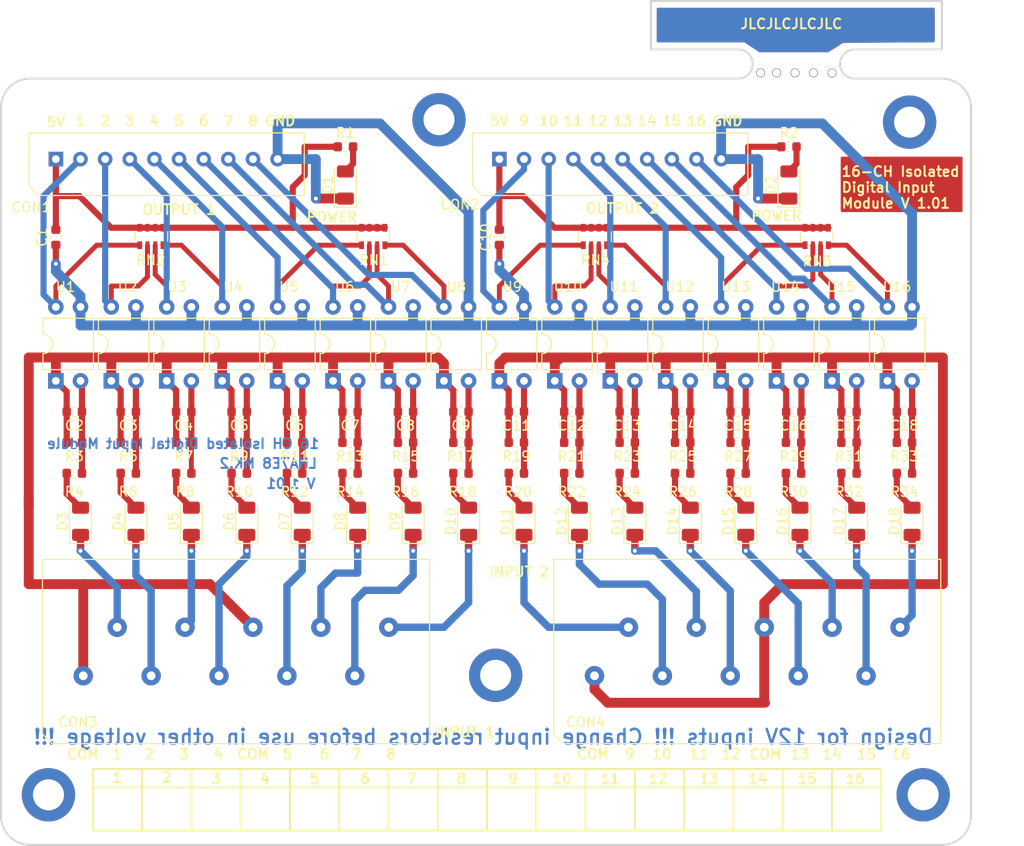
<source format=kicad_pcb>
(kicad_pcb (version 20171130) (host pcbnew "(5.1.0)-1")
  (title_block (title "16-ch Isolated Digital Input Module") (date 2019-05-07) (rev 1.01) (company V1.01) (comment 1 "LHA7E8 "))
  (layers (0 F.Cu mixed) (31 B.Cu mixed) (34 B.Paste user hide) (35 F.Paste user hide) (36 B.SilkS user) (37 F.SilkS user) (38 B.Mask user) (39 F.Mask user) (44 Edge.Cuts user))
  (net 0 "")
  (net 1 VCC)
  (net 2 GNDREF)
  (net 3 VDD)
  (net 4 "Net-(C2-Pad1)")
  (net 5 "Net-(C3-Pad1)")
  (net 6 "Net-(C4-Pad1)")
  (net 7 "Net-(C5-Pad1)")
  (net 8 "Net-(C6-Pad1)")
  (net 9 "Net-(C7-Pad1)")
  (net 10 "Net-(C8-Pad1)")
  (net 11 "Net-(C9-Pad1)")
  (net 12 "Net-(C11-Pad1)")
  (net 13 "Net-(C12-Pad1)")
  (net 14 "Net-(C13-Pad1)")
  (net 15 "Net-(C14-Pad1)")
  (net 16 "Net-(C15-Pad1)")
  (net 17 "Net-(C16-Pad1)")
  (net 18 "Net-(C17-Pad1)")
  (net 19 "Net-(C18-Pad1)")
  (net 20 "Net-(D1-Pad2)")
  (net 21 "Net-(D2-Pad2)")
  (net 22 IN1)
  (net 23 "Net-(D3-Pad2)")
  (net 24 IN2)
  (net 25 "Net-(D4-Pad2)")
  (net 26 IN3)
  (net 27 "Net-(D5-Pad2)")
  (net 28 IN4)
  (net 29 "Net-(D6-Pad2)")
  (net 30 IN5)
  (net 31 "Net-(D7-Pad2)")
  (net 32 IN6)
  (net 33 "Net-(D8-Pad2)")
  (net 34 IN7)
  (net 35 "Net-(D9-Pad2)")
  (net 36 IN8)
  (net 37 "Net-(D10-Pad2)")
  (net 38 IN9)
  (net 39 "Net-(D11-Pad2)")
  (net 40 IN10)
  (net 41 "Net-(D12-Pad2)")
  (net 42 IN11)
  (net 43 "Net-(D13-Pad2)")
  (net 44 IN12)
  (net 45 "Net-(D14-Pad2)")
  (net 46 IN13)
  (net 47 "Net-(D15-Pad2)")
  (net 48 IN14)
  (net 49 "Net-(D16-Pad2)")
  (net 50 IN15)
  (net 51 "Net-(D17-Pad2)")
  (net 52 IN16)
  (net 53 OUT8)
  (net 54 OUT7)
  (net 55 OUT6)
  (net 56 OUT5)
  (net 57 OUT4)
  (net 58 OUT3)
  (net 59 OUT2)
  (net 60 OUT1)
  (net 61 OUT16)
  (net 62 OUT15)
  (net 63 OUT14)
  (net 64 OUT13)
  (net 65 OUT12)
  (net 66 OUT11)
  (net 67 OUT10)
  (net 68 OUT9)
  (net 69 VCCQ)
  (net 70 VDDA)
  (net 71 "Net-(D18-Pad2)")
  (module MountingHole:MountingHole_3.2mm_M3_ISO14580_Pad (layer F.Cu) (at 131.318 105.537)
    (fp_text reference REF** hide)
    (fp_text value MountingHole_3.2mm_M3_ISO14580_Pad)
    (pad 1 thru_hole circle (at 0 0) (size 5.5 5.5) (drill 3.2) (layers *.Cu *.Mask))
  )
  (module MountingHole:MountingHole_3.2mm_M3_ISO14580_Pad (layer F.Cu) (at 129.921 36.195)
    (fp_text reference REF** hide)
    (fp_text value MountingHole_3.2mm_M3_ISO14580_Pad)
    (pad 1 thru_hole circle (at 0 0) (size 5.5 5.5) (drill 3.2) (layers *.Cu *.Mask))
  )
  (module MountingHole:MountingHole_3.2mm_M3_ISO14580_Pad (layer F.Cu) (at 81.407 35.941)
    (fp_text reference REF** hide)
    (fp_text value MountingHole_3.2mm_M3_ISO14580_Pad)
    (pad 1 thru_hole circle (at 0 0) (size 5.5 5.5) (drill 3.2) (layers *.Cu *.Mask))
  )
  (module MountingHole:MountingHole_3.2mm_M3_ISO14580_Pad (layer F.Cu) (at 41.148 105.537)
    (fp_text reference REF** hide)
    (fp_text value MountingHole_3.2mm_M3_ISO14580_Pad)
    (pad 1 thru_hole circle (at 0 0) (size 5.5 5.5) (drill 3.2) (layers *.Cu *.Mask))
  )
  (module MountingHole:MountingHole_3.2mm_M3_ISO14580_Pad (layer F.Cu) (at 87.249 93.218)
    (fp_text reference REF** hide)
    (fp_text value MountingHole_3.2mm_M3_ISO14580_Pad)
    (pad 1 thru_hole circle (at 0 0) (size 5.5 5.5) (drill 3.2) (layers *.Cu *.Mask))
  )
  (module zip10/3.5/5:ZIP-10-3.5-5 (layer F.Cu) (at 60.48 90.765)
    (fp_text reference CON3 (at -16.284 7.279) (layer F.SilkS))
    (fp_text value Conn_01x10)
    (pad 10 thru_hole oval (at 15.75 -2.5) (size 2 2) (drill 0.9) (layers *.Cu *.Mask) (net 36 IN8))
    (pad 9 thru_hole oval (at 12.25 2.5) (size 2 2) (drill 0.9) (layers *.Cu *.Mask) (net 34 IN7))
    (pad 8 thru_hole oval (at 8.75 -2.5) (size 2 2) (drill 0.9) (layers *.Cu *.Mask) (net 32 IN6))
    (pad 7 thru_hole oval (at 5.25 2.5) (size 2 2) (drill 0.9) (layers *.Cu *.Mask) (net 30 IN5))
    (pad 6 thru_hole oval (at 1.75 -2.5) (size 2 2) (drill 0.9) (layers *.Cu *.Mask) (net 3 VDD))
    (pad 5 thru_hole oval (at -1.75 2.5) (size 2 2) (drill 0.9) (layers *.Cu *.Mask) (net 28 IN4))
    (pad 4 thru_hole oval (at -5.25 -2.5) (size 2 2) (drill 0.9) (layers *.Cu *.Mask) (net 26 IN3))
    (pad 3 thru_hole oval (at -8.75 2.5) (size 2 2) (drill 0.9) (layers *.Cu *.Mask) (net 24 IN2))
    (pad 2 thru_hole oval (at -12.25 -2.5) (size 2 2) (drill 0.9) (layers *.Cu *.Mask) (net 22 IN1))
    (pad 1 thru_hole oval (at -15.75 2.5) (size 2 2) (drill 0.9) (layers *.Cu *.Mask) (net 3 VDD))
  )
  (module Resistor_SMD:R_Array_Convex_4x0603 (layer F.Cu) (at 97.4852 47.9806 90)
    (fp_text reference RN4 (at -2.4384 0.0508 180) (layer F.SilkS))
    (fp_text value 10K)
    (pad 5 smd rect (at 0.9 1.2 90) (size 0.8 0.5) (layers F.Cu F.Paste F.Mask) (net 69 VCCQ))
    (pad 6 smd rect (at 0.9 0.4 90) (size 0.8 0.4) (layers F.Cu F.Paste F.Mask) (net 69 VCCQ))
    (pad 8 smd rect (at 0.9 -1.2 90) (size 0.8 0.5) (layers F.Cu F.Paste F.Mask) (net 69 VCCQ))
    (pad 7 smd rect (at 0.9 -0.4 90) (size 0.8 0.4) (layers F.Cu F.Paste F.Mask) (net 69 VCCQ))
    (pad 4 smd rect (at -0.9 1.2 90) (size 0.8 0.5) (layers F.Cu F.Paste F.Mask) (net 65 OUT12))
    (pad 2 smd rect (at -0.9 -0.4 90) (size 0.8 0.4) (layers F.Cu F.Paste F.Mask) (net 67 OUT10))
    (pad 3 smd rect (at -0.9 0.4 90) (size 0.8 0.4) (layers F.Cu F.Paste F.Mask) (net 66 OUT11))
    (pad 1 smd rect (at -0.9 -1.2 90) (size 0.8 0.5) (layers F.Cu F.Paste F.Mask) (net 68 OUT9))
  )
  (module Resistor_SMD:R_Array_Convex_4x0603 (layer F.Cu) (at 120.3452 47.9806 90)
    (fp_text reference RN3 (at -2.5654 0.0508 180) (layer F.SilkS))
    (fp_text value 10K)
    (pad 5 smd rect (at 0.9 1.2 90) (size 0.8 0.5) (layers F.Cu F.Paste F.Mask) (net 69 VCCQ))
    (pad 6 smd rect (at 0.9 0.4 90) (size 0.8 0.4) (layers F.Cu F.Paste F.Mask) (net 69 VCCQ))
    (pad 8 smd rect (at 0.9 -1.2 90) (size 0.8 0.5) (layers F.Cu F.Paste F.Mask) (net 69 VCCQ))
    (pad 7 smd rect (at 0.9 -0.4 90) (size 0.8 0.4) (layers F.Cu F.Paste F.Mask) (net 69 VCCQ))
    (pad 4 smd rect (at -0.9 1.2 90) (size 0.8 0.5) (layers F.Cu F.Paste F.Mask) (net 61 OUT16))
    (pad 2 smd rect (at -0.9 -0.4 90) (size 0.8 0.4) (layers F.Cu F.Paste F.Mask) (net 63 OUT14))
    (pad 3 smd rect (at -0.9 0.4 90) (size 0.8 0.4) (layers F.Cu F.Paste F.Mask) (net 62 OUT15))
    (pad 1 smd rect (at -0.9 -1.2 90) (size 0.8 0.5) (layers F.Cu F.Paste F.Mask) (net 64 OUT13))
  )
  (module Resistor_SMD:R_Array_Convex_4x0603 (layer F.Cu) (at 74.6252 47.9806 90)
    (fp_text reference RN1 (at -2.4384 0.0508 180) (layer F.SilkS))
    (fp_text value 10K)
    (pad 5 smd rect (at 0.9 1.2 90) (size 0.8 0.5) (layers F.Cu F.Paste F.Mask) (net 1 VCC))
    (pad 6 smd rect (at 0.9 0.4 90) (size 0.8 0.4) (layers F.Cu F.Paste F.Mask) (net 1 VCC))
    (pad 8 smd rect (at 0.9 -1.2 90) (size 0.8 0.5) (layers F.Cu F.Paste F.Mask) (net 1 VCC))
    (pad 7 smd rect (at 0.9 -0.4 90) (size 0.8 0.4) (layers F.Cu F.Paste F.Mask) (net 1 VCC))
    (pad 4 smd rect (at -0.9 1.2 90) (size 0.8 0.5) (layers F.Cu F.Paste F.Mask) (net 53 OUT8))
    (pad 2 smd rect (at -0.9 -0.4 90) (size 0.8 0.4) (layers F.Cu F.Paste F.Mask) (net 55 OUT6))
    (pad 3 smd rect (at -0.9 0.4 90) (size 0.8 0.4) (layers F.Cu F.Paste F.Mask) (net 54 OUT7))
    (pad 1 smd rect (at -0.9 -1.2 90) (size 0.8 0.5) (layers F.Cu F.Paste F.Mask) (net 56 OUT5))
  )
  (module zip10/3.5/5:ZIP-10-3.5-5 (layer F.Cu) (at 113.185 90.765)
    (fp_text reference CON4 (at -16.665 7.279 180) (layer F.SilkS))
    (fp_text value Conn_01x10)
    (pad 1 thru_hole oval (at -15.75 2.5) (size 2 2) (drill 0.9) (layers *.Cu *.Mask) (net 70 VDDA))
    (pad 2 thru_hole oval (at -12.25 -2.5) (size 2 2) (drill 0.9) (layers *.Cu *.Mask) (net 38 IN9))
    (pad 3 thru_hole oval (at -8.75 2.5) (size 2 2) (drill 0.9) (layers *.Cu *.Mask) (net 40 IN10))
    (pad 4 thru_hole oval (at -5.25 -2.5) (size 2 2) (drill 0.9) (layers *.Cu *.Mask) (net 42 IN11))
    (pad 5 thru_hole oval (at -1.75 2.5) (size 2 2) (drill 0.9) (layers *.Cu *.Mask) (net 44 IN12))
    (pad 6 thru_hole oval (at 1.75 -2.5) (size 2 2) (drill 0.9) (layers *.Cu *.Mask) (net 70 VDDA))
    (pad 7 thru_hole oval (at 5.25 2.5) (size 2 2) (drill 0.9) (layers *.Cu *.Mask) (net 46 IN13))
    (pad 8 thru_hole oval (at 8.75 -2.5) (size 2 2) (drill 0.9) (layers *.Cu *.Mask) (net 48 IN14))
    (pad 9 thru_hole oval (at 12.25 2.5) (size 2 2) (drill 0.9) (layers *.Cu *.Mask) (net 50 IN15))
    (pad 10 thru_hole oval (at 15.75 -2.5) (size 2 2) (drill 0.9) (layers *.Cu *.Mask) (net 52 IN16))
  )
  (module LED_SMD:LED_1206_3216Metric (layer F.Cu) (at 61.595 77.34 90)
    (fp_text reference D6 (at 0 -1.82 90) (layer F.SilkS))
    (fp_text value LED)
    (pad 2 smd roundrect (at 1.4 0 90) (size 1.25 1.75) (layers F.Cu F.Paste F.Mask) (roundrect_rratio 0.2) (net 29 "Net-(D6-Pad2)"))
    (pad 1 smd roundrect (at -1.4 0 90) (size 1.25 1.75) (layers F.Cu F.Paste F.Mask) (roundrect_rratio 0.2) (net 28 IN4))
  )
  (module zip10/3.5/5:mlx254 (layer F.Cu) (at 99.06 40.005)
    (fp_text reference CON2 (at -15.494 4.699) (layer F.SilkS))
    (fp_text value "OUTPUT 2")
    (pad 10 thru_hole oval (at 11.43 0) (size 1.5 1.5) (drill 0.8) (layers *.Cu *.Mask) (net 2 GNDREF))
    (pad 9 thru_hole oval (at 8.89 0) (size 1.5 1.5) (drill 0.8) (layers *.Cu *.Mask) (net 61 OUT16))
    (pad 8 thru_hole oval (at 6.35 0) (size 1.5 1.5) (drill 0.8) (layers *.Cu *.Mask) (net 62 OUT15))
    (pad 7 thru_hole oval (at 3.81 0) (size 1.5 1.5) (drill 0.8) (layers *.Cu *.Mask) (net 63 OUT14))
    (pad 6 thru_hole oval (at 1.27 0) (size 1.5 1.5) (drill 0.8) (layers *.Cu *.Mask) (net 64 OUT13))
    (pad 5 thru_hole oval (at -1.27 0) (size 1.5 1.5) (drill 0.8) (layers *.Cu *.Mask) (net 65 OUT12))
    (pad 4 thru_hole oval (at -3.81 0) (size 1.5 1.5) (drill 0.8) (layers *.Cu *.Mask) (net 66 OUT11))
    (pad 3 thru_hole oval (at -6.35 0) (size 1.5 1.5) (drill 0.8) (layers *.Cu *.Mask) (net 67 OUT10))
    (pad 2 thru_hole oval (at -8.89 0) (size 1.5 1.5) (drill 0.8) (layers *.Cu *.Mask) (net 68 OUT9))
    (pad 1 thru_hole rect (at -11.43 0) (size 1.5 1.5) (drill 0.8) (layers *.Cu *.Mask) (net 69 VCCQ))
  )
  (module zip10/3.5/5:mlx254 (layer F.Cu) (at 53.34 40.005)
    (fp_text reference CON1 (at -13.97 4.953) (layer F.SilkS))
    (fp_text value OUTPUT1)
    (pad 10 thru_hole oval (at 11.43 0) (size 1.5 1.5) (drill 0.8) (layers *.Cu *.Mask) (net 2 GNDREF))
    (pad 9 thru_hole oval (at 8.89 0) (size 1.5 1.5) (drill 0.8) (layers *.Cu *.Mask) (net 53 OUT8))
    (pad 8 thru_hole oval (at 6.35 0) (size 1.5 1.5) (drill 0.8) (layers *.Cu *.Mask) (net 54 OUT7))
    (pad 7 thru_hole oval (at 3.81 0) (size 1.5 1.5) (drill 0.8) (layers *.Cu *.Mask) (net 55 OUT6))
    (pad 6 thru_hole oval (at 1.27 0) (size 1.5 1.5) (drill 0.8) (layers *.Cu *.Mask) (net 56 OUT5))
    (pad 5 thru_hole oval (at -1.27 0) (size 1.5 1.5) (drill 0.8) (layers *.Cu *.Mask) (net 57 OUT4))
    (pad 4 thru_hole oval (at -3.81 0) (size 1.5 1.5) (drill 0.8) (layers *.Cu *.Mask) (net 58 OUT3))
    (pad 3 thru_hole oval (at -6.35 0) (size 1.5 1.5) (drill 0.8) (layers *.Cu *.Mask) (net 59 OUT2))
    (pad 2 thru_hole oval (at -8.89 0) (size 1.5 1.5) (drill 0.8) (layers *.Cu *.Mask) (net 60 OUT1))
    (pad 1 thru_hole rect (at -11.43 0) (size 1.5 1.5) (drill 0.8) (layers *.Cu *.Mask) (net 1 VCC))
  )
  (module Resistor_SMD:R_0603_1608Metric (layer F.Cu) (at 117.475 38.735)
    (fp_text reference R2 (at 0 -1.43) (layer F.SilkS))
    (fp_text value 1K)
    (pad 2 smd roundrect (at 0.7875 0) (size 0.875 0.95) (layers F.Cu F.Paste F.Mask) (net 21 "Net-(D2-Pad2)"))
    (pad 1 smd roundrect (at -0.7875 0) (size 0.875 0.95) (layers F.Cu F.Paste F.Mask) (net 69 VCCQ))
  )
  (module LED_SMD:LED_1206_3216Metric (layer F.Cu) (at 117.475 42.675 90)
    (fp_text reference D2 (at 0 -1.82 90) (layer F.SilkS))
    (fp_text value LED)
    (pad 2 smd roundrect (at 1.4 0 90) (size 1.25 1.75) (layers F.Cu F.Paste F.Mask) (roundrect_rratio 0.2) (net 21 "Net-(D2-Pad2)"))
    (pad 1 smd roundrect (at -1.4 0 90) (size 1.25 1.75) (layers F.Cu F.Paste F.Mask) (roundrect_rratio 0.2) (net 2 GNDREF))
  )
  (module Resistor_SMD:R_Array_Convex_4x0603 (layer F.Cu) (at 51.7525 47.9806 90)
    (fp_text reference RN2 (at -2.4384 -0.0635 180) (layer F.SilkS))
    (fp_text value 10K)
    (pad 5 smd rect (at 0.9 1.2 90) (size 0.8 0.5) (layers F.Cu F.Paste F.Mask) (net 1 VCC))
    (pad 6 smd rect (at 0.9 0.4 90) (size 0.8 0.4) (layers F.Cu F.Paste F.Mask) (net 1 VCC))
    (pad 8 smd rect (at 0.9 -1.2 90) (size 0.8 0.5) (layers F.Cu F.Paste F.Mask) (net 1 VCC))
    (pad 7 smd rect (at 0.9 -0.4 90) (size 0.8 0.4) (layers F.Cu F.Paste F.Mask) (net 1 VCC))
    (pad 4 smd rect (at -0.9 1.2 90) (size 0.8 0.5) (layers F.Cu F.Paste F.Mask) (net 57 OUT4))
    (pad 2 smd rect (at -0.9 -0.4 90) (size 0.8 0.4) (layers F.Cu F.Paste F.Mask) (net 59 OUT2))
    (pad 3 smd rect (at -0.9 0.4 90) (size 0.8 0.4) (layers F.Cu F.Paste F.Mask) (net 58 OUT3))
    (pad 1 smd rect (at -0.9 -1.2 90) (size 0.8 0.5) (layers F.Cu F.Paste F.Mask) (net 60 OUT1))
  )
  (module Capacitor_SMD:C_0603_1608Metric (layer F.Cu) (at 87.63 48.065 90)
    (fp_text reference C10 (at 0 -1.43 90) (layer F.SilkS))
    (fp_text value 39NF)
    (pad 2 smd roundrect (at 0.7875 0 90) (size 0.875 0.95) (layers F.Cu F.Paste F.Mask) (net 69 VCCQ))
    (pad 1 smd roundrect (at -0.7875 0 90) (size 0.875 0.95) (layers F.Cu F.Paste F.Mask) (net 2 GNDREF))
  )
  (module Package_DIP:DIP-4_W7.62mm (layer F.Cu) (at 127.635 62.865 90)
    (fp_text reference U16 (at 9.695 0.99 180) (layer F.SilkS))
    (fp_text value PC817)
    (pad 4 thru_hole oval (at 7.62 0 90) (size 1.6 1.6) (drill 0.8) (layers *.Cu *.Mask) (net 61 OUT16))
    (pad 2 thru_hole oval (at 0 2.54 90) (size 1.6 1.6) (drill 0.8) (layers *.Cu *.Mask) (net 19 "Net-(C18-Pad1)"))
    (pad 3 thru_hole oval (at 7.62 2.54 90) (size 1.6 1.6) (drill 0.8) (layers *.Cu *.Mask) (net 2 GNDREF))
    (pad 1 thru_hole rect (at 0 0 90) (size 1.6 1.6) (drill 0.8) (layers *.Cu *.Mask) (net 70 VDDA))
  )
  (module Package_DIP:DIP-4_W7.62mm (layer F.Cu) (at 121.92 62.865 90)
    (fp_text reference U15 (at 9.695 0.947676 180) (layer F.SilkS))
    (fp_text value PC817)
    (pad 4 thru_hole oval (at 7.62 0 90) (size 1.6 1.6) (drill 0.8) (layers *.Cu *.Mask) (net 62 OUT15))
    (pad 2 thru_hole oval (at 0 2.54 90) (size 1.6 1.6) (drill 0.8) (layers *.Cu *.Mask) (net 18 "Net-(C17-Pad1)"))
    (pad 3 thru_hole oval (at 7.62 2.54 90) (size 1.6 1.6) (drill 0.8) (layers *.Cu *.Mask) (net 2 GNDREF))
    (pad 1 thru_hole rect (at 0 0 90) (size 1.6 1.6) (drill 0.8) (layers *.Cu *.Mask) (net 70 VDDA))
  )
  (module Package_DIP:DIP-4_W7.62mm (layer F.Cu) (at 116.205 62.865 90)
    (fp_text reference U14 (at 9.695 0.905342 180) (layer F.SilkS))
    (fp_text value PC817)
    (pad 4 thru_hole oval (at 7.62 0 90) (size 1.6 1.6) (drill 0.8) (layers *.Cu *.Mask) (net 63 OUT14))
    (pad 2 thru_hole oval (at 0 2.54 90) (size 1.6 1.6) (drill 0.8) (layers *.Cu *.Mask) (net 17 "Net-(C16-Pad1)"))
    (pad 3 thru_hole oval (at 7.62 2.54 90) (size 1.6 1.6) (drill 0.8) (layers *.Cu *.Mask) (net 2 GNDREF))
    (pad 1 thru_hole rect (at 0 0 90) (size 1.6 1.6) (drill 0.8) (layers *.Cu *.Mask) (net 70 VDDA))
  )
  (module Package_DIP:DIP-4_W7.62mm (layer F.Cu) (at 110.49 62.865 90)
    (fp_text reference U13 (at 9.695 1.498008 180) (layer F.SilkS))
    (fp_text value PC817)
    (pad 4 thru_hole oval (at 7.62 0 90) (size 1.6 1.6) (drill 0.8) (layers *.Cu *.Mask) (net 64 OUT13))
    (pad 2 thru_hole oval (at 0 2.54 90) (size 1.6 1.6) (drill 0.8) (layers *.Cu *.Mask) (net 16 "Net-(C15-Pad1)"))
    (pad 3 thru_hole oval (at 7.62 2.54 90) (size 1.6 1.6) (drill 0.8) (layers *.Cu *.Mask) (net 2 GNDREF))
    (pad 1 thru_hole rect (at 0 0 90) (size 1.6 1.6) (drill 0.8) (layers *.Cu *.Mask) (net 70 VDDA))
  )
  (module Package_DIP:DIP-4_W7.62mm (layer F.Cu) (at 104.775 62.865 90)
    (fp_text reference U12 (at 9.695 1.455674 180) (layer F.SilkS))
    (fp_text value PC817)
    (pad 4 thru_hole oval (at 7.62 0 90) (size 1.6 1.6) (drill 0.8) (layers *.Cu *.Mask) (net 65 OUT12))
    (pad 2 thru_hole oval (at 0 2.54 90) (size 1.6 1.6) (drill 0.8) (layers *.Cu *.Mask) (net 15 "Net-(C14-Pad1)"))
    (pad 3 thru_hole oval (at 7.62 2.54 90) (size 1.6 1.6) (drill 0.8) (layers *.Cu *.Mask) (net 2 GNDREF))
    (pad 1 thru_hole rect (at 0 0 90) (size 1.6 1.6) (drill 0.8) (layers *.Cu *.Mask) (net 70 VDDA))
  )
  (module Package_DIP:DIP-4_W7.62mm (layer F.Cu) (at 99.06 62.865 90)
    (fp_text reference U11 (at 9.695 1.41334 180) (layer F.SilkS))
    (fp_text value PC817)
    (pad 4 thru_hole oval (at 7.62 0 90) (size 1.6 1.6) (drill 0.8) (layers *.Cu *.Mask) (net 66 OUT11))
    (pad 2 thru_hole oval (at 0 2.54 90) (size 1.6 1.6) (drill 0.8) (layers *.Cu *.Mask) (net 14 "Net-(C13-Pad1)"))
    (pad 3 thru_hole oval (at 7.62 2.54 90) (size 1.6 1.6) (drill 0.8) (layers *.Cu *.Mask) (net 2 GNDREF))
    (pad 1 thru_hole rect (at 0 0 90) (size 1.6 1.6) (drill 0.8) (layers *.Cu *.Mask) (net 70 VDDA))
  )
  (module Package_DIP:DIP-4_W7.62mm (layer F.Cu) (at 93.345 62.865 90)
    (fp_text reference U10 (at 9.695 1.371006 180) (layer F.SilkS))
    (fp_text value PC817)
    (pad 4 thru_hole oval (at 7.62 0 90) (size 1.6 1.6) (drill 0.8) (layers *.Cu *.Mask) (net 67 OUT10))
    (pad 2 thru_hole oval (at 0 2.54 90) (size 1.6 1.6) (drill 0.8) (layers *.Cu *.Mask) (net 13 "Net-(C12-Pad1)"))
    (pad 3 thru_hole oval (at 7.62 2.54 90) (size 1.6 1.6) (drill 0.8) (layers *.Cu *.Mask) (net 2 GNDREF))
    (pad 1 thru_hole rect (at 0 0 90) (size 1.6 1.6) (drill 0.8) (layers *.Cu *.Mask) (net 70 VDDA))
  )
  (module Package_DIP:DIP-4_W7.62mm (layer F.Cu) (at 87.63 62.865 90)
    (fp_text reference U9 (at 9.695 1.328672 180) (layer F.SilkS))
    (fp_text value PC817)
    (pad 4 thru_hole oval (at 7.62 0 90) (size 1.6 1.6) (drill 0.8) (layers *.Cu *.Mask) (net 68 OUT9))
    (pad 2 thru_hole oval (at 0 2.54 90) (size 1.6 1.6) (drill 0.8) (layers *.Cu *.Mask) (net 12 "Net-(C11-Pad1)"))
    (pad 3 thru_hole oval (at 7.62 2.54 90) (size 1.6 1.6) (drill 0.8) (layers *.Cu *.Mask) (net 2 GNDREF))
    (pad 1 thru_hole rect (at 0 0 90) (size 1.6 1.6) (drill 0.8) (layers *.Cu *.Mask) (net 70 VDDA))
  )
  (module Package_DIP:DIP-4_W7.62mm (layer F.Cu) (at 81.915 62.865 90)
    (fp_text reference U8 (at 9.695 1.286338 180) (layer F.SilkS))
    (fp_text value PC817)
    (pad 4 thru_hole oval (at 7.62 0 90) (size 1.6 1.6) (drill 0.8) (layers *.Cu *.Mask) (net 53 OUT8))
    (pad 2 thru_hole oval (at 0 2.54 90) (size 1.6 1.6) (drill 0.8) (layers *.Cu *.Mask) (net 11 "Net-(C9-Pad1)"))
    (pad 3 thru_hole oval (at 7.62 2.54 90) (size 1.6 1.6) (drill 0.8) (layers *.Cu *.Mask) (net 2 GNDREF))
    (pad 1 thru_hole rect (at 0 0 90) (size 1.6 1.6) (drill 0.8) (layers *.Cu *.Mask) (net 3 VDD))
  )
  (module Package_DIP:DIP-4_W7.62mm (layer F.Cu) (at 76.2 62.865 90)
    (fp_text reference U7 (at 9.695 1.244004 180) (layer F.SilkS))
    (fp_text value PC817)
    (pad 4 thru_hole oval (at 7.62 0 90) (size 1.6 1.6) (drill 0.8) (layers *.Cu *.Mask) (net 54 OUT7))
    (pad 2 thru_hole oval (at 0 2.54 90) (size 1.6 1.6) (drill 0.8) (layers *.Cu *.Mask) (net 10 "Net-(C8-Pad1)"))
    (pad 3 thru_hole oval (at 7.62 2.54 90) (size 1.6 1.6) (drill 0.8) (layers *.Cu *.Mask) (net 2 GNDREF))
    (pad 1 thru_hole rect (at 0 0 90) (size 1.6 1.6) (drill 0.8) (layers *.Cu *.Mask) (net 3 VDD))
  )
  (module Package_DIP:DIP-4_W7.62mm (layer F.Cu) (at 70.485 62.865 90)
    (fp_text reference U6 (at 9.695 1.20167 180) (layer F.SilkS))
    (fp_text value PC817)
    (pad 4 thru_hole oval (at 7.62 0 90) (size 1.6 1.6) (drill 0.8) (layers *.Cu *.Mask) (net 55 OUT6))
    (pad 2 thru_hole oval (at 0 2.54 90) (size 1.6 1.6) (drill 0.8) (layers *.Cu *.Mask) (net 9 "Net-(C7-Pad1)"))
    (pad 3 thru_hole oval (at 7.62 2.54 90) (size 1.6 1.6) (drill 0.8) (layers *.Cu *.Mask) (net 2 GNDREF))
    (pad 1 thru_hole rect (at 0 0 90) (size 1.6 1.6) (drill 0.8) (layers *.Cu *.Mask) (net 3 VDD))
  )
  (module Package_DIP:DIP-4_W7.62mm (layer F.Cu) (at 64.77 62.865 90)
    (fp_text reference U5 (at 9.695 1.159336 180) (layer F.SilkS))
    (fp_text value PC817)
    (pad 4 thru_hole oval (at 7.62 0 90) (size 1.6 1.6) (drill 0.8) (layers *.Cu *.Mask) (net 56 OUT5))
    (pad 2 thru_hole oval (at 0 2.54 90) (size 1.6 1.6) (drill 0.8) (layers *.Cu *.Mask) (net 8 "Net-(C6-Pad1)"))
    (pad 3 thru_hole oval (at 7.62 2.54 90) (size 1.6 1.6) (drill 0.8) (layers *.Cu *.Mask) (net 2 GNDREF))
    (pad 1 thru_hole rect (at 0 0 90) (size 1.6 1.6) (drill 0.8) (layers *.Cu *.Mask) (net 3 VDD))
  )
  (module Package_DIP:DIP-4_W7.62mm (layer F.Cu) (at 59.055 62.865 90)
    (fp_text reference U4 (at 9.695 1.117002 180) (layer F.SilkS))
    (fp_text value PC817)
    (pad 4 thru_hole oval (at 7.62 0 90) (size 1.6 1.6) (drill 0.8) (layers *.Cu *.Mask) (net 57 OUT4))
    (pad 2 thru_hole oval (at 0 2.54 90) (size 1.6 1.6) (drill 0.8) (layers *.Cu *.Mask) (net 7 "Net-(C5-Pad1)"))
    (pad 3 thru_hole oval (at 7.62 2.54 90) (size 1.6 1.6) (drill 0.8) (layers *.Cu *.Mask) (net 2 GNDREF))
    (pad 1 thru_hole rect (at 0 0 90) (size 1.6 1.6) (drill 0.8) (layers *.Cu *.Mask) (net 3 VDD))
  )
  (module Package_DIP:DIP-4_W7.62mm (layer F.Cu) (at 53.34 62.865 90)
    (fp_text reference U3 (at 9.695 1.074668 180) (layer F.SilkS))
    (fp_text value PC817)
    (pad 4 thru_hole oval (at 7.62 0 90) (size 1.6 1.6) (drill 0.8) (layers *.Cu *.Mask) (net 58 OUT3))
    (pad 2 thru_hole oval (at 0 2.54 90) (size 1.6 1.6) (drill 0.8) (layers *.Cu *.Mask) (net 6 "Net-(C4-Pad1)"))
    (pad 3 thru_hole oval (at 7.62 2.54 90) (size 1.6 1.6) (drill 0.8) (layers *.Cu *.Mask) (net 2 GNDREF))
    (pad 1 thru_hole rect (at 0 0 90) (size 1.6 1.6) (drill 0.8) (layers *.Cu *.Mask) (net 3 VDD))
  )
  (module Package_DIP:DIP-4_W7.62mm (layer F.Cu) (at 47.625 62.865 90)
    (fp_text reference U2 (at 9.695 1.667334 180) (layer F.SilkS))
    (fp_text value PC817)
    (pad 4 thru_hole oval (at 7.62 0 90) (size 1.6 1.6) (drill 0.8) (layers *.Cu *.Mask) (net 59 OUT2))
    (pad 2 thru_hole oval (at 0 2.54 90) (size 1.6 1.6) (drill 0.8) (layers *.Cu *.Mask) (net 5 "Net-(C3-Pad1)"))
    (pad 3 thru_hole oval (at 7.62 2.54 90) (size 1.6 1.6) (drill 0.8) (layers *.Cu *.Mask) (net 2 GNDREF))
    (pad 1 thru_hole rect (at 0 0 90) (size 1.6 1.6) (drill 0.8) (layers *.Cu *.Mask) (net 3 VDD))
  )
  (module Package_DIP:DIP-4_W7.62mm (layer F.Cu) (at 41.91 62.865 90)
    (fp_text reference U1 (at 9.695 0.99) (layer F.SilkS))
    (fp_text value PC817)
    (pad 4 thru_hole oval (at 7.62 0 90) (size 1.6 1.6) (drill 0.8) (layers *.Cu *.Mask) (net 60 OUT1))
    (pad 2 thru_hole oval (at 0 2.54 90) (size 1.6 1.6) (drill 0.8) (layers *.Cu *.Mask) (net 4 "Net-(C2-Pad1)"))
    (pad 3 thru_hole oval (at 7.62 2.54 90) (size 1.6 1.6) (drill 0.8) (layers *.Cu *.Mask) (net 2 GNDREF))
    (pad 1 thru_hole rect (at 0 0 90) (size 1.6 1.6) (drill 0.8) (layers *.Cu *.Mask) (net 3 VDD))
  )
  (module Resistor_SMD:R_0603_1608Metric (layer F.Cu) (at 129.3875 72.39)
    (fp_text reference R34 (at 0 1.905) (layer F.SilkS))
    (fp_text value 3K3)
    (pad 2 smd roundrect (at 0.7875 0) (size 0.875 0.95) (layers F.Cu F.Paste F.Mask) (net 19 "Net-(C18-Pad1)"))
    (pad 1 smd roundrect (at -0.7875 0) (size 0.875 0.95) (layers F.Cu F.Paste F.Mask) (net 71 "Net-(D18-Pad2)"))
  )
  (module Resistor_SMD:R_0603_1608Metric (layer F.Cu) (at 129.3875 69.215 180)
    (fp_text reference R33 (at 0 -1.43 180) (layer F.SilkS))
    (fp_text value 1K)
    (pad 2 smd roundrect (at 0.7875 0 180) (size 0.875 0.95) (layers F.Cu F.Paste F.Mask) (net 70 VDDA))
    (pad 1 smd roundrect (at -0.7875 0 180) (size 0.875 0.95) (layers F.Cu F.Paste F.Mask) (net 19 "Net-(C18-Pad1)"))
  )
  (module Resistor_SMD:R_0603_1608Metric (layer F.Cu) (at 123.6725 72.39)
    (fp_text reference R32 (at 0 1.905) (layer F.SilkS))
    (fp_text value 3K3)
    (pad 2 smd roundrect (at 0.7875 0) (size 0.875 0.95) (layers F.Cu F.Paste F.Mask) (net 18 "Net-(C17-Pad1)"))
    (pad 1 smd roundrect (at -0.7875 0) (size 0.875 0.95) (layers F.Cu F.Paste F.Mask) (net 51 "Net-(D17-Pad2)"))
  )
  (module Resistor_SMD:R_0603_1608Metric (layer F.Cu) (at 123.6725 69.215 180)
    (fp_text reference R31 (at 0 -1.43 180) (layer F.SilkS))
    (fp_text value 1K)
    (pad 2 smd roundrect (at 0.7875 0 180) (size 0.875 0.95) (layers F.Cu F.Paste F.Mask) (net 70 VDDA))
    (pad 1 smd roundrect (at -0.7875 0 180) (size 0.875 0.95) (layers F.Cu F.Paste F.Mask) (net 18 "Net-(C17-Pad1)"))
  )
  (module Resistor_SMD:R_0603_1608Metric (layer F.Cu) (at 117.9575 72.39)
    (fp_text reference R30 (at 0 1.905) (layer F.SilkS))
    (fp_text value 3K3)
    (pad 2 smd roundrect (at 0.7875 0) (size 0.875 0.95) (layers F.Cu F.Paste F.Mask) (net 17 "Net-(C16-Pad1)"))
    (pad 1 smd roundrect (at -0.7875 0) (size 0.875 0.95) (layers F.Cu F.Paste F.Mask) (net 49 "Net-(D16-Pad2)"))
  )
  (module Resistor_SMD:R_0603_1608Metric (layer F.Cu) (at 117.9575 69.215 180)
    (fp_text reference R29 (at 0 -1.43 180) (layer F.SilkS))
    (fp_text value 1K)
    (pad 2 smd roundrect (at 0.7875 0 180) (size 0.875 0.95) (layers F.Cu F.Paste F.Mask) (net 70 VDDA))
    (pad 1 smd roundrect (at -0.7875 0 180) (size 0.875 0.95) (layers F.Cu F.Paste F.Mask) (net 17 "Net-(C16-Pad1)"))
  )
  (module Resistor_SMD:R_0603_1608Metric (layer F.Cu) (at 112.2425 72.39)
    (fp_text reference R28 (at 0 1.905) (layer F.SilkS))
    (fp_text value 3K3)
    (pad 2 smd roundrect (at 0.7875 0) (size 0.875 0.95) (layers F.Cu F.Paste F.Mask) (net 16 "Net-(C15-Pad1)"))
    (pad 1 smd roundrect (at -0.7875 0) (size 0.875 0.95) (layers F.Cu F.Paste F.Mask) (net 47 "Net-(D15-Pad2)"))
  )
  (module Resistor_SMD:R_0603_1608Metric (layer F.Cu) (at 112.2425 69.215 180)
    (fp_text reference R27 (at 0 -1.43 180) (layer F.SilkS))
    (fp_text value 1K)
    (pad 2 smd roundrect (at 0.7875 0 180) (size 0.875 0.95) (layers F.Cu F.Paste F.Mask) (net 70 VDDA))
    (pad 1 smd roundrect (at -0.7875 0 180) (size 0.875 0.95) (layers F.Cu F.Paste F.Mask) (net 16 "Net-(C15-Pad1)"))
  )
  (module Resistor_SMD:R_0603_1608Metric (layer F.Cu) (at 106.5275 72.39)
    (fp_text reference R26 (at 0 1.905) (layer F.SilkS))
    (fp_text value 3K3)
    (pad 2 smd roundrect (at 0.7875 0) (size 0.875 0.95) (layers F.Cu F.Paste F.Mask) (net 15 "Net-(C14-Pad1)"))
    (pad 1 smd roundrect (at -0.7875 0) (size 0.875 0.95) (layers F.Cu F.Paste F.Mask) (net 45 "Net-(D14-Pad2)"))
  )
  (module Resistor_SMD:R_0603_1608Metric (layer F.Cu) (at 106.5275 69.215 180)
    (fp_text reference R25 (at 0 -1.43 180) (layer F.SilkS))
    (fp_text value 1K)
    (pad 2 smd roundrect (at 0.7875 0 180) (size 0.875 0.95) (layers F.Cu F.Paste F.Mask) (net 70 VDDA))
    (pad 1 smd roundrect (at -0.7875 0 180) (size 0.875 0.95) (layers F.Cu F.Paste F.Mask) (net 15 "Net-(C14-Pad1)"))
  )
  (module Resistor_SMD:R_0603_1608Metric (layer F.Cu) (at 100.8125 72.39)
    (fp_text reference R24 (at 0 1.905) (layer F.SilkS))
    (fp_text value 3K3)
    (pad 2 smd roundrect (at 0.7875 0) (size 0.875 0.95) (layers F.Cu F.Paste F.Mask) (net 14 "Net-(C13-Pad1)"))
    (pad 1 smd roundrect (at -0.7875 0) (size 0.875 0.95) (layers F.Cu F.Paste F.Mask) (net 43 "Net-(D13-Pad2)"))
  )
  (module Resistor_SMD:R_0603_1608Metric (layer F.Cu) (at 100.8125 69.215 180)
    (fp_text reference R23 (at 0 -1.43 180) (layer F.SilkS))
    (fp_text value 1K)
    (pad 2 smd roundrect (at 0.7875 0 180) (size 0.875 0.95) (layers F.Cu F.Paste F.Mask) (net 70 VDDA))
    (pad 1 smd roundrect (at -0.7875 0 180) (size 0.875 0.95) (layers F.Cu F.Paste F.Mask) (net 14 "Net-(C13-Pad1)"))
  )
  (module Resistor_SMD:R_0603_1608Metric (layer F.Cu) (at 95.0975 72.39)
    (fp_text reference R22 (at 0 1.905) (layer F.SilkS))
    (fp_text value 3K3)
    (pad 2 smd roundrect (at 0.7875 0) (size 0.875 0.95) (layers F.Cu F.Paste F.Mask) (net 13 "Net-(C12-Pad1)"))
    (pad 1 smd roundrect (at -0.7875 0) (size 0.875 0.95) (layers F.Cu F.Paste F.Mask) (net 41 "Net-(D12-Pad2)"))
  )
  (module Resistor_SMD:R_0603_1608Metric (layer F.Cu) (at 95.0975 69.215 180)
    (fp_text reference R21 (at 0 -1.43 180) (layer F.SilkS))
    (fp_text value 1K)
    (pad 2 smd roundrect (at 0.7875 0 180) (size 0.875 0.95) (layers F.Cu F.Paste F.Mask) (net 70 VDDA))
    (pad 1 smd roundrect (at -0.7875 0 180) (size 0.875 0.95) (layers F.Cu F.Paste F.Mask) (net 13 "Net-(C12-Pad1)"))
  )
  (module Resistor_SMD:R_0603_1608Metric (layer F.Cu) (at 89.3825 72.39)
    (fp_text reference R20 (at 0.1525 1.905) (layer F.SilkS))
    (fp_text value 3K3)
    (pad 2 smd roundrect (at 0.7875 0) (size 0.875 0.95) (layers F.Cu F.Paste F.Mask) (net 12 "Net-(C11-Pad1)"))
    (pad 1 smd roundrect (at -0.7875 0) (size 0.875 0.95) (layers F.Cu F.Paste F.Mask) (net 39 "Net-(D11-Pad2)"))
  )
  (module Resistor_SMD:R_0603_1608Metric (layer F.Cu) (at 89.3825 69.215 180)
    (fp_text reference R19 (at 0 -1.43 180) (layer F.SilkS))
    (fp_text value 1K)
    (pad 2 smd roundrect (at 0.7875 0 180) (size 0.875 0.95) (layers F.Cu F.Paste F.Mask) (net 70 VDDA))
    (pad 1 smd roundrect (at -0.7875 0 180) (size 0.875 0.95) (layers F.Cu F.Paste F.Mask) (net 12 "Net-(C11-Pad1)"))
  )
  (module Resistor_SMD:R_0603_1608Metric (layer F.Cu) (at 83.6675 72.39)
    (fp_text reference R18 (at 0.1525 1.905) (layer F.SilkS))
    (fp_text value 3K3)
    (pad 2 smd roundrect (at 0.7875 0) (size 0.875 0.95) (layers F.Cu F.Paste F.Mask) (net 11 "Net-(C9-Pad1)"))
    (pad 1 smd roundrect (at -0.7875 0) (size 0.875 0.95) (layers F.Cu F.Paste F.Mask) (net 37 "Net-(D10-Pad2)"))
  )
  (module Resistor_SMD:R_0603_1608Metric (layer F.Cu) (at 83.6675 69.215 180)
    (fp_text reference R17 (at 0 -1.43 180) (layer F.SilkS))
    (fp_text value 1K)
    (pad 2 smd roundrect (at 0.7875 0 180) (size 0.875 0.95) (layers F.Cu F.Paste F.Mask) (net 3 VDD))
    (pad 1 smd roundrect (at -0.7875 0 180) (size 0.875 0.95) (layers F.Cu F.Paste F.Mask) (net 11 "Net-(C9-Pad1)"))
  )
  (module Resistor_SMD:R_0603_1608Metric (layer F.Cu) (at 77.9525 72.39)
    (fp_text reference R16 (at 0 1.905) (layer F.SilkS))
    (fp_text value 3K3)
    (pad 2 smd roundrect (at 0.7875 0) (size 0.875 0.95) (layers F.Cu F.Paste F.Mask) (net 10 "Net-(C8-Pad1)"))
    (pad 1 smd roundrect (at -0.7875 0) (size 0.875 0.95) (layers F.Cu F.Paste F.Mask) (net 35 "Net-(D9-Pad2)"))
  )
  (module Resistor_SMD:R_0603_1608Metric (layer F.Cu) (at 77.9525 69.215 180)
    (fp_text reference R15 (at 0 -1.43 180) (layer F.SilkS))
    (fp_text value 1K)
    (pad 2 smd roundrect (at 0.7875 0 180) (size 0.875 0.95) (layers F.Cu F.Paste F.Mask) (net 3 VDD))
    (pad 1 smd roundrect (at -0.7875 0 180) (size 0.875 0.95) (layers F.Cu F.Paste F.Mask) (net 10 "Net-(C8-Pad1)"))
  )
  (module Resistor_SMD:R_0603_1608Metric (layer F.Cu) (at 72.2375 72.39)
    (fp_text reference R14 (at 0 1.905) (layer F.SilkS))
    (fp_text value 3K3)
    (pad 2 smd roundrect (at 0.7875 0) (size 0.875 0.95) (layers F.Cu F.Paste F.Mask) (net 9 "Net-(C7-Pad1)"))
    (pad 1 smd roundrect (at -0.7875 0) (size 0.875 0.95) (layers F.Cu F.Paste F.Mask) (net 33 "Net-(D8-Pad2)"))
  )
  (module Resistor_SMD:R_0603_1608Metric (layer F.Cu) (at 72.2375 69.215 180)
    (fp_text reference R13 (at 0 -1.43 180) (layer F.SilkS))
    (fp_text value 1K)
    (pad 2 smd roundrect (at 0.7875 0 180) (size 0.875 0.95) (layers F.Cu F.Paste F.Mask) (net 3 VDD))
    (pad 1 smd roundrect (at -0.7875 0 180) (size 0.875 0.95) (layers F.Cu F.Paste F.Mask) (net 9 "Net-(C7-Pad1)"))
  )
  (module Resistor_SMD:R_0603_1608Metric (layer F.Cu) (at 66.5225 72.39)
    (fp_text reference R12 (at 0 1.905) (layer F.SilkS))
    (fp_text value 3K3)
    (pad 2 smd roundrect (at 0.7875 0) (size 0.875 0.95) (layers F.Cu F.Paste F.Mask) (net 8 "Net-(C6-Pad1)"))
    (pad 1 smd roundrect (at -0.7875 0) (size 0.875 0.95) (layers F.Cu F.Paste F.Mask) (net 31 "Net-(D7-Pad2)"))
  )
  (module Resistor_SMD:R_0603_1608Metric (layer F.Cu) (at 66.5225 69.215 180)
    (fp_text reference R11 (at 0 -1.43 180) (layer F.SilkS))
    (fp_text value 1K)
    (pad 2 smd roundrect (at 0.7875 0 180) (size 0.875 0.95) (layers F.Cu F.Paste F.Mask) (net 3 VDD))
    (pad 1 smd roundrect (at -0.7875 0 180) (size 0.875 0.95) (layers F.Cu F.Paste F.Mask) (net 8 "Net-(C6-Pad1)"))
  )
  (module Resistor_SMD:R_0603_1608Metric (layer F.Cu) (at 60.8075 72.39)
    (fp_text reference R10 (at 0 1.905) (layer F.SilkS))
    (fp_text value 3K3)
    (pad 2 smd roundrect (at 0.7875 0) (size 0.875 0.95) (layers F.Cu F.Paste F.Mask) (net 7 "Net-(C5-Pad1)"))
    (pad 1 smd roundrect (at -0.7875 0) (size 0.875 0.95) (layers F.Cu F.Paste F.Mask) (net 29 "Net-(D6-Pad2)"))
  )
  (module Resistor_SMD:R_0603_1608Metric (layer F.Cu) (at 60.8075 69.215 180)
    (fp_text reference R9 (at 0 -1.43 180) (layer F.SilkS))
    (fp_text value 1K)
    (pad 2 smd roundrect (at 0.7875 0 180) (size 0.875 0.95) (layers F.Cu F.Paste F.Mask) (net 3 VDD))
    (pad 1 smd roundrect (at -0.7875 0 180) (size 0.875 0.95) (layers F.Cu F.Paste F.Mask) (net 7 "Net-(C5-Pad1)"))
  )
  (module Resistor_SMD:R_0603_1608Metric (layer F.Cu) (at 55.0925 72.39)
    (fp_text reference R8 (at 0.1525 1.905) (layer F.SilkS))
    (fp_text value 3K3)
    (pad 2 smd roundrect (at 0.7875 0) (size 0.875 0.95) (layers F.Cu F.Paste F.Mask) (net 6 "Net-(C4-Pad1)"))
    (pad 1 smd roundrect (at -0.7875 0) (size 0.875 0.95) (layers F.Cu F.Paste F.Mask) (net 27 "Net-(D5-Pad2)"))
  )
  (module Resistor_SMD:R_0603_1608Metric (layer F.Cu) (at 55.0925 69.215 180)
    (fp_text reference R7 (at 0 -1.43 180) (layer F.SilkS))
    (fp_text value 1K)
    (pad 2 smd roundrect (at 0.7875 0 180) (size 0.875 0.95) (layers F.Cu F.Paste F.Mask) (net 3 VDD))
    (pad 1 smd roundrect (at -0.7875 0 180) (size 0.875 0.95) (layers F.Cu F.Paste F.Mask) (net 6 "Net-(C4-Pad1)"))
  )
  (module Resistor_SMD:R_0603_1608Metric (layer F.Cu) (at 49.3775 72.39)
    (fp_text reference R6 (at 0 1.905) (layer F.SilkS))
    (fp_text value 3K3)
    (pad 2 smd roundrect (at 0.7875 0) (size 0.875 0.95) (layers F.Cu F.Paste F.Mask) (net 5 "Net-(C3-Pad1)"))
    (pad 1 smd roundrect (at -0.7875 0) (size 0.875 0.95) (layers F.Cu F.Paste F.Mask) (net 25 "Net-(D4-Pad2)"))
  )
  (module Resistor_SMD:R_0603_1608Metric (layer F.Cu) (at 49.3775 69.215 180)
    (fp_text reference R5 (at 0 -1.43 180) (layer F.SilkS))
    (fp_text value 1K)
    (pad 2 smd roundrect (at 0.7875 0 180) (size 0.875 0.95) (layers F.Cu F.Paste F.Mask) (net 3 VDD))
    (pad 1 smd roundrect (at -0.7875 0 180) (size 0.875 0.95) (layers F.Cu F.Paste F.Mask) (net 5 "Net-(C3-Pad1)"))
  )
  (module Resistor_SMD:R_0603_1608Metric (layer F.Cu) (at 43.815 72.39)
    (fp_text reference R4 (at 0 1.905) (layer F.SilkS))
    (fp_text value 3K3)
    (pad 2 smd roundrect (at 0.7875 0) (size 0.875 0.95) (layers F.Cu F.Paste F.Mask) (net 4 "Net-(C2-Pad1)"))
    (pad 1 smd roundrect (at -0.7875 0) (size 0.875 0.95) (layers F.Cu F.Paste F.Mask) (net 23 "Net-(D3-Pad2)"))
  )
  (module Resistor_SMD:R_0603_1608Metric (layer F.Cu) (at 43.815 69.215 180)
    (fp_text reference R3 (at 0 -1.43 180) (layer F.SilkS))
    (fp_text value 1K)
    (pad 2 smd roundrect (at 0.7875 0 180) (size 0.875 0.95) (layers F.Cu F.Paste F.Mask) (net 3 VDD))
    (pad 1 smd roundrect (at -0.7875 0 180) (size 0.875 0.95) (layers F.Cu F.Paste F.Mask) (net 4 "Net-(C2-Pad1)"))
  )
  (module Resistor_SMD:R_0603_1608Metric (layer F.Cu) (at 71.755 38.735)
    (fp_text reference R1 (at 0 -1.43) (layer F.SilkS))
    (fp_text value 1K)
    (pad 2 smd roundrect (at 0.7875 0) (size 0.875 0.95) (layers F.Cu F.Paste F.Mask) (net 20 "Net-(D1-Pad2)"))
    (pad 1 smd roundrect (at -0.7875 0) (size 0.875 0.95) (layers F.Cu F.Paste F.Mask) (net 1 VCC))
  )
  (module LED_SMD:LED_1206_3216Metric (layer F.Cu) (at 130.175 77.34 90)
    (fp_text reference D18 (at 0 -1.82 90) (layer F.SilkS))
    (fp_text value LED)
    (pad 2 smd roundrect (at 1.4 0 90) (size 1.25 1.75) (layers F.Cu F.Paste F.Mask) (roundrect_rratio 0.2) (net 71 "Net-(D18-Pad2)"))
    (pad 1 smd roundrect (at -1.4 0 90) (size 1.25 1.75) (layers F.Cu F.Paste F.Mask) (roundrect_rratio 0.2) (net 52 IN16))
  )
  (module LED_SMD:LED_1206_3216Metric (layer F.Cu) (at 124.46 77.34 90)
    (fp_text reference D17 (at 0 -1.82 90) (layer F.SilkS))
    (fp_text value LED)
    (pad 2 smd roundrect (at 1.4 0 90) (size 1.25 1.75) (layers F.Cu F.Paste F.Mask) (roundrect_rratio 0.2) (net 51 "Net-(D17-Pad2)"))
    (pad 1 smd roundrect (at -1.4 0 90) (size 1.25 1.75) (layers F.Cu F.Paste F.Mask) (roundrect_rratio 0.2) (net 50 IN15))
  )
  (module LED_SMD:LED_1206_3216Metric (layer F.Cu) (at 118.618 77.34 90)
    (fp_text reference D16 (at 0 -1.82 90) (layer F.SilkS))
    (fp_text value LED)
    (pad 2 smd roundrect (at 1.4 0 90) (size 1.25 1.75) (layers F.Cu F.Paste F.Mask) (roundrect_rratio 0.2) (net 49 "Net-(D16-Pad2)"))
    (pad 1 smd roundrect (at -1.4 0 90) (size 1.25 1.75) (layers F.Cu F.Paste F.Mask) (roundrect_rratio 0.2) (net 48 IN14))
  )
  (module LED_SMD:LED_1206_3216Metric (layer F.Cu) (at 113.03 77.34 90)
    (fp_text reference D15 (at 0 -1.82 90) (layer F.SilkS))
    (fp_text value LED)
    (pad 2 smd roundrect (at 1.4 0 90) (size 1.25 1.75) (layers F.Cu F.Paste F.Mask) (roundrect_rratio 0.2) (net 47 "Net-(D15-Pad2)"))
    (pad 1 smd roundrect (at -1.4 0 90) (size 1.25 1.75) (layers F.Cu F.Paste F.Mask) (roundrect_rratio 0.2) (net 46 IN13))
  )
  (module LED_SMD:LED_1206_3216Metric (layer F.Cu) (at 107.315 77.34 90)
    (fp_text reference D14 (at 0 -1.82 90) (layer F.SilkS))
    (fp_text value LED)
    (pad 2 smd roundrect (at 1.4 0 90) (size 1.25 1.75) (layers F.Cu F.Paste F.Mask) (roundrect_rratio 0.2) (net 45 "Net-(D14-Pad2)"))
    (pad 1 smd roundrect (at -1.4 0 90) (size 1.25 1.75) (layers F.Cu F.Paste F.Mask) (roundrect_rratio 0.2) (net 44 IN12))
  )
  (module LED_SMD:LED_1206_3216Metric (layer F.Cu) (at 101.6 77.34 90)
    (fp_text reference D13 (at 0 -1.82 90) (layer F.SilkS))
    (fp_text value LED)
    (pad 2 smd roundrect (at 1.4 0 90) (size 1.25 1.75) (layers F.Cu F.Paste F.Mask) (roundrect_rratio 0.2) (net 43 "Net-(D13-Pad2)"))
    (pad 1 smd roundrect (at -1.4 0 90) (size 1.25 1.75) (layers F.Cu F.Paste F.Mask) (roundrect_rratio 0.2) (net 42 IN11))
  )
  (module LED_SMD:LED_1206_3216Metric (layer F.Cu) (at 95.885 77.34 90)
    (fp_text reference D12 (at 0 -1.82 90) (layer F.SilkS))
    (fp_text value LED)
    (pad 2 smd roundrect (at 1.4 0 90) (size 1.25 1.75) (layers F.Cu F.Paste F.Mask) (roundrect_rratio 0.2) (net 41 "Net-(D12-Pad2)"))
    (pad 1 smd roundrect (at -1.4 0 90) (size 1.25 1.75) (layers F.Cu F.Paste F.Mask) (roundrect_rratio 0.2) (net 40 IN10))
  )
  (module LED_SMD:LED_1206_3216Metric (layer F.Cu) (at 90.17 77.34 90)
    (fp_text reference D11 (at 0 -1.82 90) (layer F.SilkS))
    (fp_text value LED)
    (pad 2 smd roundrect (at 1.4 0 90) (size 1.25 1.75) (layers F.Cu F.Paste F.Mask) (roundrect_rratio 0.2) (net 39 "Net-(D11-Pad2)"))
    (pad 1 smd roundrect (at -1.4 0 90) (size 1.25 1.75) (layers F.Cu F.Paste F.Mask) (roundrect_rratio 0.2) (net 38 IN9))
  )
  (module LED_SMD:LED_1206_3216Metric (layer F.Cu) (at 84.455 77.34 90)
    (fp_text reference D10 (at 0 -1.82 90) (layer F.SilkS))
    (fp_text value LED)
    (pad 2 smd roundrect (at 1.4 0 90) (size 1.25 1.75) (layers F.Cu F.Paste F.Mask) (roundrect_rratio 0.2) (net 37 "Net-(D10-Pad2)"))
    (pad 1 smd roundrect (at -1.4 0 90) (size 1.25 1.75) (layers F.Cu F.Paste F.Mask) (roundrect_rratio 0.2) (net 36 IN8))
  )
  (module LED_SMD:LED_1206_3216Metric (layer F.Cu) (at 78.74 77.34 90)
    (fp_text reference D9 (at 0 -1.82 90) (layer F.SilkS))
    (fp_text value LED)
    (pad 2 smd roundrect (at 1.4 0 90) (size 1.25 1.75) (layers F.Cu F.Paste F.Mask) (roundrect_rratio 0.2) (net 35 "Net-(D9-Pad2)"))
    (pad 1 smd roundrect (at -1.4 0 90) (size 1.25 1.75) (layers F.Cu F.Paste F.Mask) (roundrect_rratio 0.2) (net 34 IN7))
  )
  (module LED_SMD:LED_1206_3216Metric (layer F.Cu) (at 73.025 77.34 90)
    (fp_text reference D8 (at 0 -1.82 90) (layer F.SilkS))
    (fp_text value LED)
    (pad 2 smd roundrect (at 1.4 0 90) (size 1.25 1.75) (layers F.Cu F.Paste F.Mask) (roundrect_rratio 0.2) (net 33 "Net-(D8-Pad2)"))
    (pad 1 smd roundrect (at -1.4 0 90) (size 1.25 1.75) (layers F.Cu F.Paste F.Mask) (roundrect_rratio 0.2) (net 32 IN6))
  )
  (module LED_SMD:LED_1206_3216Metric (layer F.Cu) (at 67.31 77.34 90)
    (fp_text reference D7 (at 0 -1.82 90) (layer F.SilkS))
    (fp_text value LED)
    (pad 2 smd roundrect (at 1.4 0 90) (size 1.25 1.75) (layers F.Cu F.Paste F.Mask) (roundrect_rratio 0.2) (net 31 "Net-(D7-Pad2)"))
    (pad 1 smd roundrect (at -1.4 0 90) (size 1.25 1.75) (layers F.Cu F.Paste F.Mask) (roundrect_rratio 0.2) (net 30 IN5))
  )
  (module LED_SMD:LED_1206_3216Metric (layer F.Cu) (at 55.88 77.34 90)
    (fp_text reference D5 (at 0 -1.82 90) (layer F.SilkS))
    (fp_text value LED)
    (pad 2 smd roundrect (at 1.4 0 90) (size 1.25 1.75) (layers F.Cu F.Paste F.Mask) (roundrect_rratio 0.2) (net 27 "Net-(D5-Pad2)"))
    (pad 1 smd roundrect (at -1.4 0 90) (size 1.25 1.75) (layers F.Cu F.Paste F.Mask) (roundrect_rratio 0.2) (net 26 IN3))
  )
  (module LED_SMD:LED_1206_3216Metric (layer F.Cu) (at 50.165 77.34 90)
    (fp_text reference D4 (at 0 -1.82 90) (layer F.SilkS))
    (fp_text value LED)
    (pad 2 smd roundrect (at 1.4 0 90) (size 1.25 1.75) (layers F.Cu F.Paste F.Mask) (roundrect_rratio 0.2) (net 25 "Net-(D4-Pad2)"))
    (pad 1 smd roundrect (at -1.4 0 90) (size 1.25 1.75) (layers F.Cu F.Paste F.Mask) (roundrect_rratio 0.2) (net 24 IN2))
  )
  (module LED_SMD:LED_1206_3216Metric (layer F.Cu) (at 44.45 77.34 90)
    (fp_text reference D3 (at 0 -1.82 90) (layer F.SilkS))
    (fp_text value LED)
    (pad 2 smd roundrect (at 1.4 0 90) (size 1.25 1.75) (layers F.Cu F.Paste F.Mask) (roundrect_rratio 0.2) (net 23 "Net-(D3-Pad2)"))
    (pad 1 smd roundrect (at -1.4 0 90) (size 1.25 1.75) (layers F.Cu F.Paste F.Mask) (roundrect_rratio 0.2) (net 22 IN1))
  )
  (module LED_SMD:LED_1206_3216Metric (layer F.Cu) (at 71.755 42.675 90)
    (fp_text reference D1 (at 0 -1.82 90) (layer F.SilkS))
    (fp_text value LED)
    (pad 2 smd roundrect (at 1.4 0 90) (size 1.25 1.75) (layers F.Cu F.Paste F.Mask) (roundrect_rratio 0.2) (net 20 "Net-(D1-Pad2)"))
    (pad 1 smd roundrect (at -1.4 0 90) (size 1.25 1.75) (layers F.Cu F.Paste F.Mask) (roundrect_rratio 0.2) (net 2 GNDREF))
  )
  (module Capacitor_SMD:C_0603_1608Metric (layer F.Cu) (at 129.3875 66.04 180)
    (fp_text reference C18 (at 0 -1.43 180) (layer F.SilkS))
    (fp_text value 39NF)
    (pad 2 smd roundrect (at 0.7875 0 180) (size 0.875 0.95) (layers F.Cu F.Paste F.Mask) (net 70 VDDA))
    (pad 1 smd roundrect (at -0.7875 0 180) (size 0.875 0.95) (layers F.Cu F.Paste F.Mask) (net 19 "Net-(C18-Pad1)"))
  )
  (module Capacitor_SMD:C_0603_1608Metric (layer F.Cu) (at 123.6725 66.04 180)
    (fp_text reference C17 (at 0 -1.43 180) (layer F.SilkS))
    (fp_text value 39NF)
    (pad 2 smd roundrect (at 0.7875 0 180) (size 0.875 0.95) (layers F.Cu F.Paste F.Mask) (net 70 VDDA))
    (pad 1 smd roundrect (at -0.7875 0 180) (size 0.875 0.95) (layers F.Cu F.Paste F.Mask) (net 18 "Net-(C17-Pad1)"))
  )
  (module Capacitor_SMD:C_0603_1608Metric (layer F.Cu) (at 117.983 66.04 180)
    (fp_text reference C16 (at 0 -1.43 180) (layer F.SilkS))
    (fp_text value 39NF)
    (pad 2 smd roundrect (at 0.7875 0 180) (size 0.875 0.95) (layers F.Cu F.Paste F.Mask) (net 70 VDDA))
    (pad 1 smd roundrect (at -0.7875 0 180) (size 0.875 0.95) (layers F.Cu F.Paste F.Mask) (net 17 "Net-(C16-Pad1)"))
  )
  (module Capacitor_SMD:C_0603_1608Metric (layer F.Cu) (at 112.2425 66.04 180)
    (fp_text reference C15 (at 0 -1.43 180) (layer F.SilkS))
    (fp_text value 39NF)
    (pad 2 smd roundrect (at 0.7875 0 180) (size 0.875 0.95) (layers F.Cu F.Paste F.Mask) (net 70 VDDA))
    (pad 1 smd roundrect (at -0.7875 0 180) (size 0.875 0.95) (layers F.Cu F.Paste F.Mask) (net 16 "Net-(C15-Pad1)"))
  )
  (module Capacitor_SMD:C_0603_1608Metric (layer F.Cu) (at 106.5275 66.04 180)
    (fp_text reference C14 (at 0 -1.43 180) (layer F.SilkS))
    (fp_text value 39NF)
    (pad 2 smd roundrect (at 0.7875 0 180) (size 0.875 0.95) (layers F.Cu F.Paste F.Mask) (net 70 VDDA))
    (pad 1 smd roundrect (at -0.7875 0 180) (size 0.875 0.95) (layers F.Cu F.Paste F.Mask) (net 15 "Net-(C14-Pad1)"))
  )
  (module Capacitor_SMD:C_0603_1608Metric (layer F.Cu) (at 100.8125 66.04 180)
    (fp_text reference C13 (at 0 -1.43 180) (layer F.SilkS))
    (fp_text value 39NF)
    (pad 2 smd roundrect (at 0.7875 0 180) (size 0.875 0.95) (layers F.Cu F.Paste F.Mask) (net 70 VDDA))
    (pad 1 smd roundrect (at -0.7875 0 180) (size 0.875 0.95) (layers F.Cu F.Paste F.Mask) (net 14 "Net-(C13-Pad1)"))
  )
  (module Capacitor_SMD:C_0603_1608Metric (layer F.Cu) (at 95.0975 66.04 180)
    (fp_text reference C12 (at 0 -1.43 180) (layer F.SilkS))
    (fp_text value 39NF)
    (pad 2 smd roundrect (at 0.7875 0 180) (size 0.875 0.95) (layers F.Cu F.Paste F.Mask) (net 70 VDDA))
    (pad 1 smd roundrect (at -0.7875 0 180) (size 0.875 0.95) (layers F.Cu F.Paste F.Mask) (net 13 "Net-(C12-Pad1)"))
  )
  (module Capacitor_SMD:C_0603_1608Metric (layer F.Cu) (at 89.3825 66.04 180)
    (fp_text reference C11 (at 0 -1.43 180) (layer F.SilkS))
    (fp_text value 39NF)
    (pad 2 smd roundrect (at 0.7875 0 180) (size 0.875 0.95) (layers F.Cu F.Paste F.Mask) (net 70 VDDA))
    (pad 1 smd roundrect (at -0.7875 0 180) (size 0.875 0.95) (layers F.Cu F.Paste F.Mask) (net 12 "Net-(C11-Pad1)"))
  )
  (module Capacitor_SMD:C_0603_1608Metric (layer F.Cu) (at 83.6675 66.04 180)
    (fp_text reference C9 (at 0 -1.43 180) (layer F.SilkS))
    (fp_text value 39NF)
    (pad 2 smd roundrect (at 0.7875 0 180) (size 0.875 0.95) (layers F.Cu F.Paste F.Mask) (net 3 VDD))
    (pad 1 smd roundrect (at -0.7875 0 180) (size 0.875 0.95) (layers F.Cu F.Paste F.Mask) (net 11 "Net-(C9-Pad1)"))
  )
  (module Capacitor_SMD:C_0603_1608Metric (layer F.Cu) (at 77.9525 66.04 180)
    (fp_text reference C8 (at 0 -1.43 180) (layer F.SilkS))
    (fp_text value 39NF)
    (pad 2 smd roundrect (at 0.7875 0 180) (size 0.875 0.95) (layers F.Cu F.Paste F.Mask) (net 3 VDD))
    (pad 1 smd roundrect (at -0.7875 0 180) (size 0.875 0.95) (layers F.Cu F.Paste F.Mask) (net 10 "Net-(C8-Pad1)"))
  )
  (module Capacitor_SMD:C_0603_1608Metric (layer F.Cu) (at 72.2375 66.04 180)
    (fp_text reference C7 (at 0 -1.43 180) (layer F.SilkS))
    (fp_text value 39NF)
    (pad 2 smd roundrect (at 0.7875 0 180) (size 0.875 0.95) (layers F.Cu F.Paste F.Mask) (net 3 VDD))
    (pad 1 smd roundrect (at -0.7875 0 180) (size 0.875 0.95) (layers F.Cu F.Paste F.Mask) (net 9 "Net-(C7-Pad1)"))
  )
  (module Capacitor_SMD:C_0603_1608Metric (layer F.Cu) (at 66.5225 66.04 180)
    (fp_text reference C6 (at 0 -1.43 180) (layer F.SilkS))
    (fp_text value 39NF)
    (pad 2 smd roundrect (at 0.7875 0 180) (size 0.875 0.95) (layers F.Cu F.Paste F.Mask) (net 3 VDD))
    (pad 1 smd roundrect (at -0.7875 0 180) (size 0.875 0.95) (layers F.Cu F.Paste F.Mask) (net 8 "Net-(C6-Pad1)"))
  )
  (module Capacitor_SMD:C_0603_1608Metric (layer F.Cu) (at 60.8075 66.04 180)
    (fp_text reference C5 (at 0 -1.43 180) (layer F.SilkS))
    (fp_text value 39NF)
    (pad 2 smd roundrect (at 0.7875 0 180) (size 0.875 0.95) (layers F.Cu F.Paste F.Mask) (net 3 VDD))
    (pad 1 smd roundrect (at -0.7875 0 180) (size 0.875 0.95) (layers F.Cu F.Paste F.Mask) (net 7 "Net-(C5-Pad1)"))
  )
  (module Capacitor_SMD:C_0603_1608Metric (layer F.Cu) (at 55.0925 66.04 180)
    (fp_text reference C4 (at 0 -1.43 180) (layer F.SilkS))
    (fp_text value 39NF)
    (pad 2 smd roundrect (at 0.7875 0 180) (size 0.875 0.95) (layers F.Cu F.Paste F.Mask) (net 3 VDD))
    (pad 1 smd roundrect (at -0.7875 0 180) (size 0.875 0.95) (layers F.Cu F.Paste F.Mask) (net 6 "Net-(C4-Pad1)"))
  )
  (module Capacitor_SMD:C_0603_1608Metric (layer F.Cu) (at 49.3775 66.04 180)
    (fp_text reference C3 (at 0 -1.43 180) (layer F.SilkS))
    (fp_text value 39NF)
    (pad 2 smd roundrect (at 0.7875 0 180) (size 0.875 0.95) (layers F.Cu F.Paste F.Mask) (net 3 VDD))
    (pad 1 smd roundrect (at -0.7875 0 180) (size 0.875 0.95) (layers F.Cu F.Paste F.Mask) (net 5 "Net-(C3-Pad1)"))
  )
  (module Capacitor_SMD:C_0603_1608Metric (layer F.Cu) (at 43.815 66.04 180)
    (fp_text reference C2 (at 0 -1.43 180) (layer F.SilkS))
    (fp_text value 39NF)
    (pad 2 smd roundrect (at 0.7875 0 180) (size 0.875 0.95) (layers F.Cu F.Paste F.Mask) (net 3 VDD))
    (pad 1 smd roundrect (at -0.7875 0 180) (size 0.875 0.95) (layers F.Cu F.Paste F.Mask) (net 4 "Net-(C2-Pad1)"))
  )
  (module Capacitor_SMD:C_0603_1608Metric (layer F.Cu) (at 41.91 48.065 90)
    (fp_text reference C1 (at 0 -1.43 90) (layer F.SilkS))
    (fp_text value 39NF)
    (pad 2 smd roundrect (at 0.7875 0 90) (size 0.875 0.95) (layers F.Cu F.Paste F.Mask) (net 1 VCC))
    (pad 1 smd roundrect (at -0.7875 0 90) (size 0.875 0.95) (layers F.Cu F.Paste F.Mask) (net 2 GNDREF))
  )
  (gr_text "16-CH Isolated \nDigital Input \nModule V 1.01" (at 122.809 42.926) (layer F.SilkS) (effects (font (size 1.016 1.016) (thickness 0.2032)) (justify left)))
  (gr_text "Design for 12V inputs !!! Change input resistors before use in other voltage !!!" (at 85.979 99.568) (layer B.Cu) (effects (font (size 1.524 1.524) (thickness 0.254)) (justify mirror)))
  (gr_text 16 (at 124.333 103.886) (layer F.SilkS) (effects (font (size 1.016 1.016) (thickness 0.2032))))
  (gr_text 15 (at 119.38 103.886) (layer F.SilkS) (effects (font (size 1.016 1.016) (thickness 0.2032))))
  (gr_text 14 (at 114.3 103.886) (layer F.SilkS) (effects (font (size 1.016 1.016) (thickness 0.2032))))
  (gr_text 13 (at 109.22 103.886) (layer F.SilkS) (effects (font (size 1.016 1.016) (thickness 0.2032))))
  (gr_text 12 (at 104.013 103.886) (layer F.SilkS) (effects (font (size 1.016 1.016) (thickness 0.2032))))
  (gr_text 11 (at 99.06 103.886) (layer F.SilkS) (effects (font (size 1.016 1.016) (thickness 0.2032))))
  (gr_text 10 (at 94.107 103.886) (layer F.SilkS) (effects (font (size 1.016 1.016) (thickness 0.2032))))
  (gr_text 9 (at 89.027 103.886) (layer F.SilkS) (effects (font (size 1.016 1.016) (thickness 0.2032))))
  (gr_text 8 (at 83.693 103.886) (layer F.SilkS) (effects (font (size 1.016 1.016) (thickness 0.2032))))
  (gr_text 7 (at 78.613 103.886) (layer F.SilkS) (effects (font (size 1.016 1.016) (thickness 0.2032))))
  (gr_text 6 (at 73.787 103.886) (layer F.SilkS) (effects (font (size 1.016 1.016) (thickness 0.2032))))
  (gr_text 5 (at 68.58 103.886) (layer F.SilkS) (effects (font (size 1.016 1.016) (thickness 0.2032))))
  (gr_text 4 (at 63.5 103.886) (layer F.SilkS) (effects (font (size 1.016 1.016) (thickness 0.2032))))
  (gr_text 3 (at 58.42 103.886) (layer F.SilkS) (effects (font (size 1.016 1.016) (thickness 0.2032))))
  (gr_text 2 (at 53.34 103.759) (layer F.SilkS) (effects (font (size 1.016 1.016) (thickness 0.2032))))
  (gr_text 1 (at 48.26 103.759) (layer F.SilkS) (effects (font (size 1.016 1.016) (thickness 0.2032))))
  (gr_line (start 45.72 104.775) (end 127 104.775) (layer F.SilkS) (width 0.2032))
  (gr_line (start 127 102.87) (end 127 109.22) (layer F.SilkS) (width 0.2032))
  (gr_line (start 121.92 102.87) (end 121.92 109.22) (layer F.SilkS) (width 0.2032))
  (gr_line (start 116.84 102.87) (end 116.84 109.22) (layer F.SilkS) (width 0.2032))
  (gr_line (start 111.76 102.87) (end 111.76 109.22) (layer F.SilkS) (width 0.2032))
  (gr_line (start 106.68 102.87) (end 106.68 109.22) (layer F.SilkS) (width 0.2032))
  (gr_line (start 101.6 102.87) (end 101.6 109.22) (layer F.SilkS) (width 0.2032))
  (gr_line (start 96.52 102.87) (end 96.52 109.22) (layer F.SilkS) (width 0.2032))
  (gr_line (start 91.44 102.87) (end 91.44 109.22) (layer F.SilkS) (width 0.2032))
  (gr_line (start 86.36 102.87) (end 86.36 109.22) (layer F.SilkS) (width 0.2032))
  (gr_line (start 81.28 102.87) (end 81.28 109.22) (layer F.SilkS) (width 0.2032))
  (gr_line (start 76.2 102.87) (end 76.2 109.22) (layer F.SilkS) (width 0.2032))
  (gr_line (start 71.12 102.87) (end 71.12 109.22) (layer F.SilkS) (width 0.2032))
  (gr_line (start 66.04 102.87) (end 66.04 109.22) (layer F.SilkS) (width 0.2032))
  (gr_line (start 60.96 102.87) (end 60.96 109.22) (layer F.SilkS) (width 0.2032))
  (gr_line (start 55.88 102.87) (end 55.88 109.22) (layer F.SilkS) (width 0.2032))
  (gr_line (start 50.8 102.87) (end 50.8 109.22) (layer F.SilkS) (width 0.2032))
  (gr_line (start 127 102.87) (end 45.72 102.87) (layer F.SilkS) (width 0.2032))
  (gr_line (start 45.72 109.22) (end 127 109.22) (layer F.SilkS) (width 0.2032))
  (gr_line (start 45.72 102.87) (end 45.72 109.22) (layer F.SilkS) (width 0.2032))
  (gr_arc (start 133.251 107.702) (end 133.251 110.702) (angle -90) (layer Edge.Cuts) (width 0.2))
  (gr_arc (start 133.251 34.702) (end 136.251 34.702) (angle -90) (layer Edge.Cuts) (width 0.2))
  (gr_line (start 133.251 28.702) (end 133.251 23.702) (layer Edge.Cuts) (width 0.2))
  (gr_line (start 103.251 28.702) (end 112.251 28.702) (layer Edge.Cuts) (width 0.2))
  (gr_arc (start 112.251 30.202) (end 112.251 31.702) (angle -180) (layer Edge.Cuts) (width 0.2))
  (gr_arc (start 124.251 30.202) (end 124.251 28.702) (angle -180) (layer Edge.Cuts) (width 0.2))
  (gr_arc (start 39.251 107.702) (end 36.251 107.702) (angle -90) (layer Edge.Cuts) (width 0.2))
  (gr_arc (start 39.251 34.702) (end 39.251 31.702) (angle -90) (layer Edge.Cuts) (width 0.2))
  (gr_line (start 124.251 31.702) (end 133.251 31.702) (layer Edge.Cuts) (width 0.2))
  (gr_line (start 136.251 107.702) (end 136.251 34.702) (layer Edge.Cuts) (width 0.2))
  (gr_line (start 112.251 31.702) (end 39.251 31.702) (layer Edge.Cuts) (width 0.2))
  (gr_line (start 124.251 28.702) (end 133.251 28.702) (layer Edge.Cuts) (width 0.2))
  (gr_line (start 133.251 23.702) (end 103.251 23.702) (layer Edge.Cuts) (width 0.2))
  (gr_line (start 39.251 110.702) (end 133.251 110.702) (layer Edge.Cuts) (width 0.2))
  (gr_line (start 36.251 34.702) (end 36.251 107.702) (layer Edge.Cuts) (width 0.2))
  (gr_line (start 103.251 28.702) (end 103.251 23.702) (layer Edge.Cuts) (width 0.2))
  (gr_text "POWER\n" (at 116.205 45.847) (layer F.SilkS) (effects (font (size 1.016 1.016) (thickness 0.2032))))
  (gr_text "POWER\n" (at 70.358 45.974) (layer F.SilkS) (effects (font (size 1.016 1.016) (thickness 0.2032))))
  (gr_text "INPUT 2\n" (at 89.662 82.55) (layer F.SilkS) (effects (font (size 1.016 1.016) (thickness 0.2032))))
  (gr_text "INPUT 1\n" (at 84.074 99.06) (layer F.SilkS) (effects (font (size 1.016 1.016) (thickness 0.2032))))
  (gr_text "OUTPUT 2" (at 100.33 45.085) (layer F.SilkS) (effects (font (size 1.016 1.016) (thickness 0.2032))))
  (gr_text 16 (at 107.95 36.068) (layer F.SilkS) (effects (font (size 1.016 1.016) (thickness 0.2032))))
  (gr_text 15 (at 105.41 36.068) (layer F.SilkS) (effects (font (size 1.016 1.016) (thickness 0.2032))))
  (gr_text 14 (at 102.87 36.068) (layer F.SilkS) (effects (font (size 1.016 1.016) (thickness 0.2032))))
  (gr_text "13\n" (at 100.33 36.068) (layer F.SilkS) (effects (font (size 1.016 1.016) (thickness 0.2032))))
  (gr_text 12 (at 97.79 36.068) (layer F.SilkS) (effects (font (size 1.016 1.016) (thickness 0.2032))))
  (gr_text 11 (at 95.25 36.068) (layer F.SilkS) (effects (font (size 1.016 1.016) (thickness 0.2032))))
  (gr_text 10 (at 92.71 36.068) (layer F.SilkS) (effects (font (size 1.016 1.016) (thickness 0.2032))))
  (gr_text 9 (at 90.17 36.068) (layer F.SilkS) (effects (font (size 1.016 1.016) (thickness 0.2032))))
  (gr_text 8 (at 62.23 36.068) (layer F.SilkS) (effects (font (size 1.016 1.016) (thickness 0.2032))))
  (gr_text 7 (at 59.69 36.068) (layer F.SilkS) (effects (font (size 1.016 1.016) (thickness 0.2032))))
  (gr_text 6 (at 57.15 36.068) (layer F.SilkS) (effects (font (size 1.016 1.016) (thickness 0.2032))))
  (gr_text 5 (at 54.61 36.068) (layer F.SilkS) (effects (font (size 1.016 1.016) (thickness 0.2032))))
  (gr_text 4 (at 52.07 36.068) (layer F.SilkS) (effects (font (size 1.016 1.016) (thickness 0.2032))))
  (gr_text 3 (at 49.53 36.068) (layer F.SilkS) (effects (font (size 1.016 1.016) (thickness 0.2032))))
  (gr_text 2 (at 46.99 36.068) (layer F.SilkS) (effects (font (size 1.016 1.016) (thickness 0.2032))))
  (gr_text 1 (at 44.45 36.068) (layer F.SilkS) (effects (font (size 1.016 1.016) (thickness 0.2032))))
  (gr_text "OUTPUT 1" (at 54.61 45.212) (layer F.SilkS) (effects (font (size 1.016 1.016) (thickness 0.2032))))
  (gr_text 10 (at 104.394 101.346) (layer F.SilkS) (effects (font (size 1.016 1.016) (thickness 0.2032))))
  (gr_text 9 (at 101.092 101.346) (layer F.SilkS) (effects (font (size 1.016 1.016) (thickness 0.2032))))
  (gr_text 16 (at 129.032 101.346) (layer F.SilkS) (effects (font (size 1.016 1.016) (thickness 0.2032))))
  (gr_text 15 (at 125.476 101.346) (layer F.SilkS) (effects (font (size 1.016 1.016) (thickness 0.2032))))
  (gr_text 14 (at 121.92 101.346) (layer F.SilkS) (effects (font (size 1.016 1.016) (thickness 0.2032))))
  (gr_text 13 (at 118.618 101.346) (layer F.SilkS) (effects (font (size 1.016 1.016) (thickness 0.2032))))
  (gr_text 12 (at 111.506 101.346) (layer F.SilkS) (effects (font (size 1.016 1.016) (thickness 0.2032))))
  (gr_text 11 (at 108.204 101.346) (layer F.SilkS) (effects (font (size 1.016 1.016) (thickness 0.2032))))
  (gr_text 8 (at 76.454 101.346) (layer F.SilkS) (effects (font (size 1.016 1.016) (thickness 0.2032))))
  (gr_text 7 (at 72.898 101.346) (layer F.SilkS) (effects (font (size 1.016 1.016) (thickness 0.2032))))
  (gr_text 6 (at 69.596 101.346) (layer F.SilkS) (effects (font (size 1.016 1.016) (thickness 0.2032))))
  (gr_text 5 (at 65.786 101.346) (layer F.SilkS) (effects (font (size 1.016 1.016) (thickness 0.2032))))
  (gr_text "COM\n" (at 115.062 101.346) (layer F.SilkS) (effects (font (size 1.016 1.016) (thickness 0.2032))))
  (gr_text "COM\n" (at 62.23 101.346) (layer F.SilkS) (effects (font (size 1.016 1.016) (thickness 0.2032))))
  (gr_text "COM\n" (at 44.704 101.346) (layer F.SilkS) (effects (font (size 1.016 1.016) (thickness 0.2032))))
  (gr_text "COM\n" (at 97.282 101.346) (layer F.SilkS) (effects (font (size 1.016 1.016) (thickness 0.2032))))
  (gr_text 4 (at 58.674 101.346) (layer F.SilkS) (effects (font (size 1.016 1.016) (thickness 0.2032))))
  (gr_text 3 (at 55.118 101.346) (layer F.SilkS) (effects (font (size 1.016 1.016) (thickness 0.2032))))
  (gr_text 2 (at 51.562 101.346) (layer F.SilkS) (effects (font (size 1.016 1.016) (thickness 0.2032))))
  (gr_text 1 (at 48.26 101.346) (layer F.SilkS) (effects (font (size 1.016 1.016) (thickness 0.2032))))
  (gr_text GND (at 111.125 36.068) (layer F.SilkS) (effects (font (size 1.016 1.016) (thickness 0.2032))))
  (gr_text 5V (at 87.63 36.068) (layer F.SilkS) (effects (font (size 1.016 1.016) (thickness 0.2032))))
  (gr_text GND (at 65.024 36.068) (layer F.SilkS) (effects (font (size 1.016 1.016) (thickness 0.2032))))
  (gr_text 5V (at 41.91 36.195) (layer F.SilkS) (effects (font (size 1.016 1.016) (thickness 0.2032))))
  (gr_text "V 1.01" (at 66.1416 73.4568) (layer B.Cu) (effects (font (size 1.016 1.016) (thickness 0.2032)) (justify mirror)))
  (gr_text "16 CH Isolated Digital Input Module" (at 55.0164 69.342) (layer B.Cu) (effects (font (size 1.016 1.016) (thickness 0.2032)) (justify mirror)))
  (gr_text "LHA7E8 MK.2" (at 63.8048 71.374) (layer B.Cu) (effects (font (size 1.016 1.016) (thickness 0.2032)) (justify mirror)))
  (gr_text JLCJLCJLCJLC (at 117.729 26.0604) (layer F.SilkS) (effects (font (size 1.016 1.016) (thickness 0.2032))))
  (via (at 114.554 31.115) (size 0.9) (drill 0.8) (layers F.Cu B.Cu) (net 0))
  (via (at 116.205 31.115) (size 0.9) (drill 0.8) (layers F.Cu B.Cu) (net 0))
  (via (at 118.11 31.115) (size 0.9) (drill 0.8) (layers F.Cu B.Cu) (net 0))
  (via (at 120.015 31.115) (size 0.9) (drill 0.8) (layers F.Cu B.Cu) (net 0))
  (via (at 121.92 31.115) (size 0.9) (drill 0.8) (layers F.Cu B.Cu) (net 0))
  (segment (start 41.91 40.005) (end 41.91 41.39) (width 0.635) (layer F.Cu) (net 1))
  (segment (start 47.6006 47.0806) (end 49.6675 47.0806) (width 0.635) (layer F.Cu) (net 1))
  (segment (start 49.6675 47.0806) (end 50.5525 47.0806) (width 0.635) (layer F.Cu) (net 1))
  (segment (start 44.335 43.815) (end 47.6006 47.0806) (width 0.635) (layer F.Cu) (net 1))
  (segment (start 41.91 43.815) (end 44.335 43.815) (width 0.635) (layer F.Cu) (net 1))
  (segment (start 41.91 43.815) (end 41.91 47.2775) (width 0.635) (layer F.Cu) (net 1))
  (segment (start 41.91 41.39) (end 41.91 43.815) (width 0.635) (layer F.Cu) (net 1))
  (segment (start 70.9675 38.735) (end 67.564 38.735) (width 0.635) (layer F.Cu) (net 1))
  (segment (start 67.4006 47.0806) (end 75.8252 47.0806) (width 0.635) (layer F.Cu) (net 1))
  (segment (start 67.564 38.735) (end 67.564 41.656) (width 0.635) (layer F.Cu) (net 1))
  (segment (start 66.3304 42.8896) (end 66.3304 47.0806) (width 0.635) (layer F.Cu) (net 1))
  (segment (start 67.564 41.656) (end 66.3304 42.8896) (width 0.635) (layer F.Cu) (net 1))
  (segment (start 50.5525 47.0806) (end 66.3304 47.0806) (width 0.635) (layer F.Cu) (net 1))
  (segment (start 66.3304 47.0806) (end 67.4006 47.0806) (width 0.635) (layer F.Cu) (net 1))
  (segment (start 84.455 57.023) (end 84.455 55.245) (width 1.016) (layer B.Cu) (net 2))
  (segment (start 84.328 57.15) (end 84.455 57.023) (width 1.016) (layer B.Cu) (net 2))
  (segment (start 44.45 55.245) (end 44.45 57.15) (width 1.016) (layer B.Cu) (net 2))
  (segment (start 50.165 56.37637) (end 50.165 57.15) (width 1.016) (layer B.Cu) (net 2))
  (segment (start 50.165 55.245) (end 50.165 56.37637) (width 1.016) (layer B.Cu) (net 2))
  (segment (start 44.45 57.15) (end 50.165 57.15) (width 1.016) (layer B.Cu) (net 2))
  (segment (start 55.88 56.37637) (end 55.88 57.15) (width 1.016) (layer B.Cu) (net 2))
  (segment (start 55.88 55.245) (end 55.88 56.37637) (width 1.016) (layer B.Cu) (net 2))
  (segment (start 50.165 57.15) (end 55.88 57.15) (width 1.016) (layer B.Cu) (net 2))
  (segment (start 61.595 56.37637) (end 61.595 57.15) (width 1.016) (layer B.Cu) (net 2))
  (segment (start 61.595 55.245) (end 61.595 56.37637) (width 1.016) (layer B.Cu) (net 2))
  (segment (start 55.88 57.15) (end 61.595 57.15) (width 1.016) (layer B.Cu) (net 2))
  (segment (start 67.31 56.37637) (end 67.31 57.15) (width 1.016) (layer B.Cu) (net 2))
  (segment (start 67.31 55.245) (end 67.31 56.37637) (width 1.016) (layer B.Cu) (net 2))
  (segment (start 61.595 57.15) (end 67.31 57.15) (width 1.016) (layer B.Cu) (net 2))
  (segment (start 73.025 57.023) (end 73.152 57.15) (width 1.016) (layer B.Cu) (net 2))
  (segment (start 73.025 55.245) (end 73.025 57.023) (width 1.016) (layer B.Cu) (net 2))
  (segment (start 67.31 57.15) (end 73.152 57.15) (width 1.016) (layer B.Cu) (net 2))
  (segment (start 78.74 56.37637) (end 78.74 57.15) (width 1.016) (layer B.Cu) (net 2))
  (segment (start 78.74 55.245) (end 78.74 56.37637) (width 1.016) (layer B.Cu) (net 2))
  (segment (start 73.152 57.15) (end 78.74 57.15) (width 1.016) (layer B.Cu) (net 2))
  (segment (start 83.566 57.15) (end 84.328 57.15) (width 1.016) (layer B.Cu) (net 2))
  (segment (start 78.74 57.15) (end 83.566 57.15) (width 1.016) (layer B.Cu) (net 2))
  (segment (start 130.175 57.023) (end 130.175 55.245) (width 1.016) (layer B.Cu) (net 2))
  (segment (start 130.048 57.15) (end 130.175 57.023) (width 1.016) (layer B.Cu) (net 2))
  (segment (start 90.17 55.245) (end 90.17 57.15) (width 1.016) (layer B.Cu) (net 2))
  (segment (start 95.885 55.245) (end 95.885 57.15) (width 1.016) (layer B.Cu) (net 2))
  (segment (start 90.17 57.15) (end 95.885 57.15) (width 1.016) (layer B.Cu) (net 2))
  (segment (start 101.6 56.37637) (end 101.6 57.15) (width 1.016) (layer B.Cu) (net 2))
  (segment (start 101.6 55.245) (end 101.6 56.37637) (width 1.016) (layer B.Cu) (net 2))
  (segment (start 95.885 57.15) (end 101.6 57.15) (width 1.016) (layer B.Cu) (net 2))
  (segment (start 107.315 56.37637) (end 107.315 57.15) (width 1.016) (layer B.Cu) (net 2))
  (segment (start 107.315 55.245) (end 107.315 56.37637) (width 1.016) (layer B.Cu) (net 2))
  (segment (start 101.6 57.15) (end 107.315 57.15) (width 1.016) (layer B.Cu) (net 2))
  (segment (start 113.03 56.37637) (end 113.03 57.15) (width 1.016) (layer B.Cu) (net 2))
  (segment (start 113.03 55.245) (end 113.03 56.37637) (width 1.016) (layer B.Cu) (net 2))
  (segment (start 107.315 57.15) (end 113.03 57.15) (width 1.016) (layer B.Cu) (net 2))
  (segment (start 118.745 55.245) (end 118.745 57.15) (width 1.016) (layer B.Cu) (net 2))
  (segment (start 113.03 57.15) (end 118.745 57.15) (width 1.016) (layer B.Cu) (net 2))
  (segment (start 124.46 55.245) (end 124.46 57.15) (width 1.016) (layer B.Cu) (net 2))
  (segment (start 118.745 57.15) (end 124.46 57.15) (width 1.016) (layer B.Cu) (net 2))
  (segment (start 124.46 57.15) (end 130.048 57.15) (width 1.016) (layer B.Cu) (net 2))
  (segment (start 64.77 40.005) (end 64.77 36.322) (width 1.016) (layer B.Cu) (net 2))
  (segment (start 110.49 40.005) (end 111.55066 40.005) (width 1.016) (layer B.Cu) (net 2))
  (segment (start 111.55066 40.005) (end 114.3 40.005) (width 1.016) (layer B.Cu) (net 2))
  (segment (start 114.3 40.005) (end 114.3 44.069) (width 1.016) (layer B.Cu) (net 2))
  (via (at 114.3 44.069) (size 0.8) (drill 0.4) (layers F.Cu B.Cu) (net 2))
  (segment (start 114.306 44.075) (end 114.3 44.069) (width 1.016) (layer F.Cu) (net 2))
  (segment (start 117.475 44.075) (end 114.306 44.075) (width 1.016) (layer F.Cu) (net 2))
  (segment (start 64.77 40.005) (end 65.83066 40.005) (width 1.016) (layer B.Cu) (net 2))
  (segment (start 65.83066 40.005) (end 68.707 40.005) (width 1.016) (layer B.Cu) (net 2))
  (segment (start 68.707 40.005) (end 68.707 44.069) (width 1.016) (layer B.Cu) (net 2))
  (via (at 68.707 44.069) (size 0.8) (drill 0.4) (layers F.Cu B.Cu) (net 2))
  (segment (start 71.749 44.069) (end 71.755 44.075) (width 1.016) (layer F.Cu) (net 2))
  (segment (start 68.707 44.069) (end 71.749 44.069) (width 1.016) (layer F.Cu) (net 2))
  (segment (start 44.45 54.11363) (end 41.91 51.57363) (width 1.016) (layer B.Cu) (net 2))
  (segment (start 44.45 55.245) (end 44.45 54.11363) (width 1.016) (layer B.Cu) (net 2))
  (via (at 41.91 50.8) (size 0.8) (drill 0.4) (layers F.Cu B.Cu) (net 2))
  (segment (start 41.91 51.57363) (end 41.91 50.8) (width 1.016) (layer B.Cu) (net 2))
  (via (at 87.63 50.8) (size 0.8) (drill 0.4) (layers F.Cu B.Cu) (net 2))
  (segment (start 87.63 50.8) (end 87.63 51.435) (width 1.016) (layer B.Cu) (net 2))
  (segment (start 90.17 53.975) (end 90.17 55.245) (width 1.016) (layer B.Cu) (net 2))
  (segment (start 87.63 51.435) (end 90.17 53.975) (width 1.016) (layer B.Cu) (net 2))
  (segment (start 41.91 48.8525) (end 41.91 50.8) (width 0.635) (layer F.Cu) (net 2))
  (segment (start 87.63 48.8525) (end 87.63 50.8) (width 0.635) (layer F.Cu) (net 2))
  (segment (start 84.582 57.15) (end 84.455 57.023) (width 1.016) (layer B.Cu) (net 2))
  (segment (start 90.17 57.15) (end 84.582 57.15) (width 1.016) (layer B.Cu) (net 2))
  (segment (start 130.175 45.593) (end 130.175 55.245) (width 1.016) (layer B.Cu) (net 2))
  (segment (start 120.904 36.322) (end 130.175 45.593) (width 1.016) (layer B.Cu) (net 2))
  (segment (start 110.49 40.005) (end 110.49 36.322) (width 1.016) (layer B.Cu) (net 2))
  (segment (start 110.49 36.322) (end 120.904 36.322) (width 1.016) (layer B.Cu) (net 2))
  (segment (start 64.77 36.322) (end 75.311 36.322) (width 1.016) (layer B.Cu) (net 2))
  (segment (start 84.455 45.466) (end 84.455 55.245) (width 1.016) (layer B.Cu) (net 2))
  (segment (start 75.311 36.322) (end 84.455 45.466) (width 1.016) (layer B.Cu) (net 2))
  (segment (start 43.0275 66.04) (end 43.0275 69.215) (width 0.635) (layer F.Cu) (net 3))
  (segment (start 48.59 66.04) (end 48.59 69.215) (width 0.635) (layer F.Cu) (net 3))
  (segment (start 82.88 66.04) (end 82.88 69.215) (width 0.635) (layer F.Cu) (net 3))
  (segment (start 60.02 66.04) (end 60.02 69.215) (width 0.635) (layer F.Cu) (net 3))
  (segment (start 71.45 66.04) (end 71.45 69.215) (width 0.635) (layer F.Cu) (net 3))
  (segment (start 77.165 66.04) (end 77.165 69.215) (width 0.635) (layer F.Cu) (net 3))
  (segment (start 65.735 66.04) (end 65.735 69.215) (width 0.635) (layer F.Cu) (net 3))
  (segment (start 54.305 66.04) (end 54.305 69.215) (width 0.635) (layer F.Cu) (net 3))
  (segment (start 39.116 60.452) (end 41.91 60.452) (width 1.016) (layer F.Cu) (net 3))
  (segment (start 41.91 60.452) (end 41.91 62.865) (width 1.016) (layer F.Cu) (net 3))
  (segment (start 47.625 60.579) (end 47.625 62.865) (width 1.016) (layer F.Cu) (net 3))
  (segment (start 41.91 60.452) (end 47.752 60.452) (width 1.016) (layer F.Cu) (net 3))
  (segment (start 47.752 60.452) (end 47.625 60.579) (width 1.016) (layer F.Cu) (net 3))
  (segment (start 47.752 60.452) (end 53.34 60.452) (width 1.016) (layer F.Cu) (net 3))
  (segment (start 53.34 60.452) (end 53.34 62.865) (width 1.016) (layer F.Cu) (net 3))
  (segment (start 53.34 60.452) (end 59.182 60.452) (width 1.016) (layer F.Cu) (net 3))
  (segment (start 59.055 60.579) (end 59.055 62.865) (width 1.016) (layer F.Cu) (net 3))
  (segment (start 59.182 60.452) (end 59.055 60.579) (width 1.016) (layer F.Cu) (net 3))
  (segment (start 59.182 60.452) (end 64.516 60.452) (width 1.016) (layer F.Cu) (net 3))
  (segment (start 64.77 60.706) (end 64.77 62.865) (width 1.016) (layer F.Cu) (net 3))
  (segment (start 64.516 60.452) (end 64.77 60.706) (width 1.016) (layer F.Cu) (net 3))
  (segment (start 64.516 60.452) (end 70.612 60.452) (width 1.016) (layer F.Cu) (net 3))
  (segment (start 70.485 60.579) (end 70.485 62.865) (width 1.016) (layer F.Cu) (net 3))
  (segment (start 70.612 60.452) (end 70.485 60.579) (width 1.016) (layer F.Cu) (net 3))
  (segment (start 70.612 60.452) (end 75.946 60.452) (width 1.016) (layer F.Cu) (net 3))
  (segment (start 76.2 60.706) (end 76.2 62.865) (width 1.016) (layer F.Cu) (net 3))
  (segment (start 75.946 60.452) (end 76.2 60.706) (width 1.016) (layer F.Cu) (net 3))
  (segment (start 81.915 61.049) (end 81.915 62.865) (width 1.016) (layer F.Cu) (net 3))
  (segment (start 81.318 60.452) (end 81.915 61.049) (width 1.016) (layer F.Cu) (net 3))
  (segment (start 75.946 60.452) (end 81.318 60.452) (width 1.016) (layer F.Cu) (net 3))
  (segment (start 39.116 74.93) (end 39.116 83.82) (width 1.016) (layer F.Cu) (net 3))
  (segment (start 39.116 74.93) (end 39.116 75.760832) (width 1.016) (layer F.Cu) (net 3))
  (segment (start 39.116 60.452) (end 39.116 74.93) (width 1.016) (layer F.Cu) (net 3))
  (segment (start 57.785 83.82) (end 62.23 88.265) (width 1.016) (layer F.Cu) (net 3))
  (segment (start 44.73 83.846) (end 44.704 83.82) (width 1.016) (layer F.Cu) (net 3))
  (segment (start 44.73 93.265) (end 44.73 83.846) (width 1.016) (layer F.Cu) (net 3))
  (segment (start 39.116 83.82) (end 44.704 83.82) (width 1.016) (layer F.Cu) (net 3))
  (segment (start 44.704 83.82) (end 57.785 83.82) (width 1.016) (layer F.Cu) (net 3))
  (segment (start 43.0275 63.9825) (end 41.91 62.865) (width 0.635) (layer F.Cu) (net 3))
  (segment (start 43.0275 66.04) (end 43.0275 63.9825) (width 0.635) (layer F.Cu) (net 3))
  (segment (start 48.59 63.83) (end 47.625 62.865) (width 0.635) (layer F.Cu) (net 3))
  (segment (start 48.59 66.04) (end 48.59 63.83) (width 0.635) (layer F.Cu) (net 3))
  (segment (start 54.305 63.83) (end 53.34 62.865) (width 0.635) (layer F.Cu) (net 3))
  (segment (start 54.305 66.04) (end 54.305 63.83) (width 0.635) (layer F.Cu) (net 3))
  (segment (start 60.02 63.83) (end 59.055 62.865) (width 0.635) (layer F.Cu) (net 3))
  (segment (start 60.02 66.04) (end 60.02 63.83) (width 0.635) (layer F.Cu) (net 3))
  (segment (start 65.735 63.83) (end 64.77 62.865) (width 0.635) (layer F.Cu) (net 3))
  (segment (start 65.735 66.04) (end 65.735 63.83) (width 0.635) (layer F.Cu) (net 3))
  (segment (start 71.45 63.83) (end 70.485 62.865) (width 0.635) (layer F.Cu) (net 3))
  (segment (start 71.45 66.04) (end 71.45 63.83) (width 0.635) (layer F.Cu) (net 3))
  (segment (start 77.165 63.83) (end 76.2 62.865) (width 0.635) (layer F.Cu) (net 3))
  (segment (start 77.165 66.04) (end 77.165 63.83) (width 0.635) (layer F.Cu) (net 3))
  (segment (start 82.88 63.83) (end 81.915 62.865) (width 0.635) (layer F.Cu) (net 3))
  (segment (start 82.88 66.04) (end 82.88 63.83) (width 0.635) (layer F.Cu) (net 3))
  (segment (start 44.6025 66.04) (end 44.6025 69.215) (width 0.635) (layer F.Cu) (net 4))
  (segment (start 44.6025 69.215) (end 44.6025 72.39) (width 0.635) (layer F.Cu) (net 4))
  (segment (start 44.6025 63.0175) (end 44.45 62.865) (width 0.635) (layer F.Cu) (net 4))
  (segment (start 44.6025 66.04) (end 44.6025 63.0175) (width 0.635) (layer F.Cu) (net 4))
  (segment (start 50.165 66.04) (end 50.165 69.215) (width 0.635) (layer F.Cu) (net 5))
  (segment (start 50.165 69.215) (end 50.165 72.39) (width 0.635) (layer F.Cu) (net 5))
  (segment (start 50.165 66.04) (end 50.165 62.865) (width 0.635) (layer F.Cu) (net 5))
  (segment (start 55.88 66.04) (end 55.88 69.215) (width 0.635) (layer F.Cu) (net 6))
  (segment (start 55.88 66.04) (end 55.88 62.865) (width 0.635) (layer F.Cu) (net 6))
  (segment (start 55.88 69.215) (end 55.88 72.39) (width 0.508) (layer F.Cu) (net 6))
  (segment (start 61.595 72.2375) (end 61.7475 72.39) (width 0.635) (layer F.Cu) (net 7))
  (segment (start 61.595 69.215) (end 61.595 72.2375) (width 0.635) (layer F.Cu) (net 7))
  (segment (start 61.595 66.04) (end 61.595 69.215) (width 0.635) (layer F.Cu) (net 7))
  (segment (start 61.595 66.04) (end 61.595 62.865) (width 0.635) (layer F.Cu) (net 7))
  (segment (start 67.31 69.215) (end 67.31 72.39) (width 0.635) (layer F.Cu) (net 8))
  (segment (start 67.31 66.04) (end 67.31 69.215) (width 0.635) (layer F.Cu) (net 8))
  (segment (start 67.31 66.04) (end 67.31 62.865) (width 0.635) (layer F.Cu) (net 8))
  (segment (start 73.025 69.215) (end 73.025 72.39) (width 0.635) (layer F.Cu) (net 9))
  (segment (start 73.025 66.04) (end 73.025 69.215) (width 0.635) (layer F.Cu) (net 9))
  (segment (start 73.025 66.04) (end 73.025 62.865) (width 0.635) (layer F.Cu) (net 9))
  (segment (start 78.74 69.215) (end 78.74 72.39) (width 0.635) (layer F.Cu) (net 10))
  (segment (start 78.74 66.04) (end 78.74 69.215) (width 0.635) (layer F.Cu) (net 10))
  (segment (start 78.74 66.04) (end 78.74 62.865) (width 0.635) (layer F.Cu) (net 10))
  (segment (start 84.455 69.215) (end 84.455 72.39) (width 0.635) (layer F.Cu) (net 11))
  (segment (start 84.455 66.04) (end 84.455 69.215) (width 0.635) (layer F.Cu) (net 11))
  (segment (start 84.455 66.04) (end 84.455 62.865) (width 0.635) (layer F.Cu) (net 11))
  (segment (start 90.17 69.215) (end 90.17 72.39) (width 0.635) (layer F.Cu) (net 12))
  (segment (start 90.17 66.04) (end 90.17 69.215) (width 0.635) (layer F.Cu) (net 12))
  (segment (start 90.17 66.04) (end 90.17 62.865) (width 0.635) (layer F.Cu) (net 12))
  (segment (start 95.885 69.215) (end 95.885 72.39) (width 0.635) (layer F.Cu) (net 13))
  (segment (start 95.885 66.04) (end 95.885 69.215) (width 0.635) (layer F.Cu) (net 13))
  (segment (start 95.885 66.04) (end 95.885 62.865) (width 0.635) (layer F.Cu) (net 13))
  (segment (start 101.6 69.215) (end 101.6 72.39) (width 0.635) (layer F.Cu) (net 14))
  (segment (start 101.6 66.04) (end 101.6 69.215) (width 0.635) (layer F.Cu) (net 14))
  (segment (start 101.6 66.04) (end 101.6 62.865) (width 0.635) (layer F.Cu) (net 14))
  (segment (start 107.315 69.215) (end 107.315 72.39) (width 0.635) (layer F.Cu) (net 15))
  (segment (start 107.315 66.04) (end 107.315 69.215) (width 0.635) (layer F.Cu) (net 15))
  (segment (start 107.315 66.04) (end 107.315 62.865) (width 0.635) (layer F.Cu) (net 15))
  (segment (start 113.03 69.215) (end 113.03 72.39) (width 0.635) (layer F.Cu) (net 16))
  (segment (start 113.03 66.04) (end 113.03 69.215) (width 0.635) (layer F.Cu) (net 16))
  (segment (start 113.03 66.04) (end 113.03 62.865) (width 0.635) (layer F.Cu) (net 16))
  (segment (start 118.745 69.215) (end 118.745 72.39) (width 0.635) (layer F.Cu) (net 17))
  (segment (start 118.7705 69.1895) (end 118.745 69.215) (width 0.635) (layer F.Cu) (net 17))
  (segment (start 118.7705 66.04) (end 118.7705 69.1895) (width 0.635) (layer F.Cu) (net 17))
  (segment (start 118.7705 62.8905) (end 118.745 62.865) (width 0.635) (layer F.Cu) (net 17))
  (segment (start 118.7705 66.04) (end 118.7705 62.8905) (width 0.635) (layer F.Cu) (net 17))
  (segment (start 124.46 69.215) (end 124.46 72.39) (width 0.635) (layer F.Cu) (net 18))
  (segment (start 124.46 66.04) (end 124.46 69.215) (width 0.635) (layer F.Cu) (net 18))
  (segment (start 124.46 66.04) (end 124.46 62.865) (width 0.635) (layer F.Cu) (net 18))
  (segment (start 130.175 69.215) (end 130.175 72.39) (width 0.635) (layer F.Cu) (net 19))
  (segment (start 130.175 66.04) (end 130.175 69.215) (width 0.635) (layer F.Cu) (net 19))
  (segment (start 130.175 66.04) (end 130.175 62.865) (width 0.635) (layer F.Cu) (net 19))
  (segment (start 72.5425 40.4875) (end 71.755 41.275) (width 0.635) (layer F.Cu) (net 20))
  (segment (start 72.5425 38.735) (end 72.5425 40.4875) (width 0.635) (layer F.Cu) (net 20))
  (segment (start 118.2625 40.4875) (end 117.475 41.275) (width 0.635) (layer F.Cu) (net 21))
  (segment (start 118.2625 38.735) (end 118.2625 40.4875) (width 0.635) (layer F.Cu) (net 21))
  (via (at 44.45 80.391) (size 0.8) (drill 0.4) (layers F.Cu B.Cu) (net 22))
  (segment (start 44.45 78.74) (end 44.45 80.391) (width 0.762) (layer F.Cu) (net 22))
  (segment (start 48.23 84.171) (end 48.23 88.265) (width 0.762) (layer B.Cu) (net 22))
  (segment (start 44.45 80.391) (end 48.23 84.171) (width 0.762) (layer B.Cu) (net 22))
  (segment (start 43.0275 74.5175) (end 44.45 75.94) (width 0.635) (layer F.Cu) (net 23))
  (segment (start 43.0275 72.39) (end 43.0275 74.5175) (width 0.635) (layer F.Cu) (net 23))
  (via (at 50.165 80.391) (size 0.8) (drill 0.4) (layers F.Cu B.Cu) (net 24))
  (segment (start 50.165 78.74) (end 50.165 80.391) (width 0.762) (layer F.Cu) (net 24))
  (segment (start 50.165 80.391) (end 50.165 82.931) (width 0.762) (layer B.Cu) (net 24))
  (segment (start 51.73 84.496) (end 51.73 93.265) (width 0.762) (layer B.Cu) (net 24))
  (segment (start 50.165 82.931) (end 51.73 84.496) (width 0.762) (layer B.Cu) (net 24))
  (segment (start 48.59 74.365) (end 50.165 75.94) (width 0.635) (layer F.Cu) (net 25))
  (segment (start 48.59 72.39) (end 48.59 74.365) (width 0.635) (layer F.Cu) (net 25))
  (via (at 55.88 80.391) (size 0.8) (drill 0.4) (layers F.Cu B.Cu) (net 26))
  (segment (start 55.88 78.74) (end 55.88 80.391) (width 0.762) (layer F.Cu) (net 26))
  (segment (start 55.88 87.615) (end 55.23 88.265) (width 0.762) (layer B.Cu) (net 26))
  (segment (start 55.88 80.391) (end 55.88 87.615) (width 0.762) (layer B.Cu) (net 26))
  (segment (start 54.305 74.365) (end 55.88 75.94) (width 0.635) (layer F.Cu) (net 27))
  (segment (start 54.305 72.39) (end 54.305 74.365) (width 0.635) (layer F.Cu) (net 27))
  (via (at 61.595 80.391) (size 0.8) (drill 0.4) (layers F.Cu B.Cu) (net 28))
  (segment (start 61.595 78.74) (end 61.595 80.391) (width 0.762) (layer F.Cu) (net 28))
  (segment (start 58.73 91.850787) (end 58.73 93.265) (width 0.762) (layer B.Cu) (net 28))
  (segment (start 58.73 83.821685) (end 58.73 91.850787) (width 0.762) (layer B.Cu) (net 28))
  (segment (start 61.595 80.956685) (end 58.73 83.821685) (width 0.762) (layer B.Cu) (net 28))
  (segment (start 61.595 80.391) (end 61.595 80.956685) (width 0.762) (layer B.Cu) (net 28))
  (segment (start 60.02 74.365) (end 61.595 75.94) (width 0.635) (layer F.Cu) (net 29))
  (segment (start 60.02 72.39) (end 60.02 74.365) (width 0.635) (layer F.Cu) (net 29))
  (via (at 67.31 80.391) (size 0.8) (drill 0.4) (layers F.Cu B.Cu) (net 30))
  (segment (start 67.31 78.74) (end 67.31 80.391) (width 0.762) (layer F.Cu) (net 30))
  (segment (start 67.31 80.391) (end 67.31 82.423) (width 0.762) (layer B.Cu) (net 30))
  (segment (start 65.73 84.003) (end 65.73 93.265) (width 0.762) (layer B.Cu) (net 30))
  (segment (start 67.31 82.423) (end 65.73 84.003) (width 0.762) (layer B.Cu) (net 30))
  (segment (start 65.735 74.365) (end 67.31 75.94) (width 0.635) (layer F.Cu) (net 31))
  (segment (start 65.735 72.39) (end 65.735 74.365) (width 0.635) (layer F.Cu) (net 31))
  (via (at 73.025 80.391) (size 0.8) (drill 0.4) (layers F.Cu B.Cu) (net 32))
  (segment (start 73.025 78.74) (end 73.025 80.391) (width 0.762) (layer F.Cu) (net 32))
  (segment (start 73.025 82.677) (end 73.025 80.391) (width 0.762) (layer B.Cu) (net 32))
  (segment (start 70.739 82.677) (end 73.025 82.677) (width 0.762) (layer B.Cu) (net 32))
  (segment (start 69.23 88.265) (end 69.23 84.186) (width 0.762) (layer B.Cu) (net 32))
  (segment (start 69.23 84.186) (end 70.739 82.677) (width 0.762) (layer B.Cu) (net 32))
  (segment (start 71.45 74.365) (end 73.025 75.94) (width 0.635) (layer F.Cu) (net 33))
  (segment (start 71.45 72.39) (end 71.45 74.365) (width 0.635) (layer F.Cu) (net 33))
  (via (at 78.74 80.391) (size 0.8) (drill 0.4) (layers F.Cu B.Cu) (net 34))
  (segment (start 78.74 78.74) (end 78.74 80.391) (width 0.762) (layer F.Cu) (net 34))
  (segment (start 72.73 85.512) (end 72.73 93.265) (width 0.762) (layer B.Cu) (net 34))
  (segment (start 73.787 84.455) (end 72.73 85.512) (width 0.762) (layer B.Cu) (net 34))
  (segment (start 77.216 84.455) (end 73.787 84.455) (width 0.762) (layer B.Cu) (net 34))
  (segment (start 78.74 80.391) (end 78.74 82.931) (width 0.762) (layer B.Cu) (net 34))
  (segment (start 78.74 82.931) (end 77.216 84.455) (width 0.762) (layer B.Cu) (net 34))
  (segment (start 77.165 74.365) (end 78.74 75.94) (width 0.635) (layer F.Cu) (net 35))
  (segment (start 77.165 72.39) (end 77.165 74.365) (width 0.635) (layer F.Cu) (net 35))
  (via (at 84.455 80.391) (size 0.8) (drill 0.4) (layers F.Cu B.Cu) (net 36))
  (segment (start 84.455 78.74) (end 84.455 80.391) (width 0.762) (layer F.Cu) (net 36))
  (segment (start 81.915 88.265) (end 76.23 88.265) (width 0.762) (layer B.Cu) (net 36))
  (segment (start 84.455 80.391) (end 84.455 85.725) (width 0.762) (layer B.Cu) (net 36))
  (segment (start 84.455 85.725) (end 81.915 88.265) (width 0.762) (layer B.Cu) (net 36))
  (segment (start 82.88 74.365) (end 84.455 75.94) (width 0.635) (layer F.Cu) (net 37))
  (segment (start 82.88 72.39) (end 82.88 74.365) (width 0.635) (layer F.Cu) (net 37))
  (via (at 90.17 80.391) (size 0.8) (drill 0.4) (layers F.Cu B.Cu) (net 38))
  (segment (start 90.17 78.74) (end 90.17 80.391) (width 0.762) (layer F.Cu) (net 38))
  (segment (start 90.17 80.391) (end 90.17 85.725) (width 0.762) (layer B.Cu) (net 38))
  (segment (start 92.71 88.265) (end 100.935 88.265) (width 0.762) (layer B.Cu) (net 38))
  (segment (start 90.17 85.725) (end 92.71 88.265) (width 0.762) (layer B.Cu) (net 38))
  (segment (start 88.595 74.365) (end 90.17 75.94) (width 0.635) (layer F.Cu) (net 39))
  (segment (start 88.595 72.39) (end 88.595 74.365) (width 0.635) (layer F.Cu) (net 39))
  (segment (start 95.885 78.74) (end 95.885 79.465) (width 0.762) (layer F.Cu) (net 40))
  (via (at 95.885 80.391) (size 0.8) (drill 0.4) (layers F.Cu B.Cu) (net 40))
  (segment (start 95.885 79.465) (end 95.885 80.391) (width 0.762) (layer F.Cu) (net 40))
  (segment (start 104.435 85.385) (end 104.435 93.265) (width 0.762) (layer B.Cu) (net 40))
  (segment (start 102.87 83.82) (end 104.435 85.385) (width 0.762) (layer B.Cu) (net 40))
  (segment (start 102.87 83.82) (end 97.917 83.82) (width 0.762) (layer B.Cu) (net 40))
  (segment (start 95.885 81.788) (end 95.885 80.391) (width 0.762) (layer B.Cu) (net 40))
  (segment (start 97.917 83.82) (end 95.885 81.788) (width 0.762) (layer B.Cu) (net 40))
  (segment (start 94.31 74.365) (end 95.885 75.94) (width 0.635) (layer F.Cu) (net 41))
  (segment (start 94.31 72.39) (end 94.31 74.365) (width 0.635) (layer F.Cu) (net 41))
  (via (at 101.6 80.391) (size 0.8) (drill 0.4) (layers F.Cu B.Cu) (net 42))
  (segment (start 101.6 78.74) (end 101.6 80.391) (width 0.762) (layer F.Cu) (net 42))
  (segment (start 101.6 80.391) (end 103.759 80.391) (width 0.762) (layer B.Cu) (net 42))
  (segment (start 107.935 84.567) (end 107.935 88.265) (width 0.762) (layer B.Cu) (net 42))
  (segment (start 103.759 80.391) (end 107.935 84.567) (width 0.762) (layer B.Cu) (net 42))
  (segment (start 100.025 74.365) (end 101.6 75.94) (width 0.635) (layer F.Cu) (net 43))
  (segment (start 100.025 72.39) (end 100.025 74.365) (width 0.635) (layer F.Cu) (net 43))
  (via (at 107.315 80.391) (size 0.8) (drill 0.4) (layers F.Cu B.Cu) (net 44))
  (segment (start 107.315 78.74) (end 107.315 80.391) (width 0.762) (layer F.Cu) (net 44))
  (segment (start 111.435 84.511) (end 111.435 93.265) (width 0.762) (layer B.Cu) (net 44))
  (segment (start 107.315 80.391) (end 111.435 84.511) (width 0.762) (layer B.Cu) (net 44))
  (segment (start 105.74 74.365) (end 107.315 75.94) (width 0.635) (layer F.Cu) (net 45))
  (segment (start 105.74 72.39) (end 105.74 74.365) (width 0.635) (layer F.Cu) (net 45))
  (via (at 113.03 80.391) (size 0.8) (drill 0.4) (layers F.Cu B.Cu) (net 46))
  (segment (start 113.03 78.74) (end 113.03 80.391) (width 0.762) (layer F.Cu) (net 46))
  (segment (start 118.435 85.796) (end 118.435 93.265) (width 0.762) (layer B.Cu) (net 46))
  (segment (start 113.03 80.391) (end 118.435 85.796) (width 0.762) (layer B.Cu) (net 46))
  (segment (start 111.455 74.365) (end 113.03 75.94) (width 0.635) (layer F.Cu) (net 47))
  (segment (start 111.455 72.39) (end 111.455 74.365) (width 0.635) (layer F.Cu) (net 47))
  (via (at 118.618 80.391) (size 0.8) (drill 0.4) (layers F.Cu B.Cu) (net 48))
  (segment (start 118.618 78.74) (end 118.618 80.391) (width 0.762) (layer F.Cu) (net 48))
  (segment (start 121.935 83.708) (end 121.935 88.265) (width 0.762) (layer B.Cu) (net 48))
  (segment (start 118.618 80.391) (end 121.935 83.708) (width 0.762) (layer B.Cu) (net 48))
  (segment (start 117.17 74.492) (end 118.618 75.94) (width 0.635) (layer F.Cu) (net 49))
  (segment (start 117.17 72.39) (end 117.17 74.492) (width 0.635) (layer F.Cu) (net 49))
  (via (at 124.46 80.391) (size 0.8) (drill 0.4) (layers F.Cu B.Cu) (net 50))
  (segment (start 124.46 78.74) (end 124.46 80.391) (width 0.762) (layer F.Cu) (net 50))
  (segment (start 125.435 83.017) (end 125.435 93.265) (width 0.762) (layer B.Cu) (net 50))
  (segment (start 124.46 80.391) (end 124.46 82.042) (width 0.762) (layer B.Cu) (net 50))
  (segment (start 124.46 82.042) (end 125.435 83.017) (width 0.762) (layer B.Cu) (net 50))
  (segment (start 122.885 74.365) (end 124.46 75.94) (width 0.635) (layer F.Cu) (net 51))
  (segment (start 122.885 72.39) (end 122.885 74.365) (width 0.635) (layer F.Cu) (net 51))
  (via (at 130.175 80.391) (size 0.8) (drill 0.4) (layers F.Cu B.Cu) (net 52))
  (segment (start 130.175 78.74) (end 130.175 80.391) (width 0.762) (layer F.Cu) (net 52))
  (segment (start 130.175 87.025) (end 128.935 88.265) (width 0.762) (layer B.Cu) (net 52))
  (segment (start 130.175 80.391) (end 130.175 87.025) (width 0.762) (layer B.Cu) (net 52))
  (segment (start 77.7096 48.8806) (end 75.8252 48.8806) (width 0.508) (layer F.Cu) (net 53))
  (segment (start 81.915 55.245) (end 81.915 53.086) (width 0.508) (layer F.Cu) (net 53))
  (segment (start 81.915 53.086) (end 77.7096 48.8806) (width 0.508) (layer F.Cu) (net 53))
  (segment (start 62.23 40.005) (end 74.168 51.943) (width 0.635) (layer B.Cu) (net 53))
  (segment (start 78.613 51.943) (end 81.915 55.245) (width 0.635) (layer B.Cu) (net 53))
  (segment (start 74.168 51.943) (end 78.613 51.943) (width 0.635) (layer B.Cu) (net 53))
  (segment (start 76.2 55.245) (end 76.2 53.086) (width 0.508) (layer F.Cu) (net 54))
  (segment (start 75.0252 51.9112) (end 75.0252 48.8806) (width 0.508) (layer F.Cu) (net 54))
  (segment (start 76.2 53.086) (end 75.0252 51.9112) (width 0.508) (layer F.Cu) (net 54))
  (segment (start 59.69 40.005) (end 72.644 52.959) (width 0.635) (layer B.Cu) (net 54))
  (segment (start 73.914 52.959) (end 76.2 55.245) (width 0.635) (layer B.Cu) (net 54))
  (segment (start 72.644 52.959) (end 73.914 52.959) (width 0.635) (layer B.Cu) (net 54))
  (segment (start 70.485 55.245) (end 70.485 53.086) (width 0.508) (layer F.Cu) (net 55))
  (segment (start 70.485 53.086) (end 73.279 53.086) (width 0.508) (layer F.Cu) (net 55))
  (segment (start 74.2252 52.1398) (end 74.2252 48.8806) (width 0.508) (layer F.Cu) (net 55))
  (segment (start 73.279 53.086) (end 74.2252 52.1398) (width 0.508) (layer F.Cu) (net 55))
  (segment (start 70.485 53.34) (end 70.485 55.245) (width 0.635) (layer B.Cu) (net 55))
  (segment (start 57.15 40.005) (end 70.485 53.34) (width 0.635) (layer B.Cu) (net 55))
  (segment (start 68.9754 48.8806) (end 73.4252 48.8806) (width 0.508) (layer F.Cu) (net 56))
  (segment (start 64.77 55.245) (end 64.77 53.086) (width 0.508) (layer F.Cu) (net 56))
  (segment (start 64.77 53.086) (end 68.9754 48.8806) (width 0.508) (layer F.Cu) (net 56))
  (segment (start 64.77 50.165) (end 64.77 55.245) (width 0.635) (layer B.Cu) (net 56))
  (segment (start 54.61 40.005) (end 64.77 50.165) (width 0.635) (layer B.Cu) (net 56))
  (segment (start 59.055 55.245) (end 59.055 53.086) (width 0.508) (layer F.Cu) (net 57))
  (segment (start 54.8496 48.8806) (end 52.9525 48.8806) (width 0.508) (layer F.Cu) (net 57))
  (segment (start 59.055 53.086) (end 54.8496 48.8806) (width 0.508) (layer F.Cu) (net 57))
  (segment (start 59.055 46.99) (end 59.055 55.245) (width 0.635) (layer B.Cu) (net 57))
  (segment (start 52.07 40.005) (end 59.055 46.99) (width 0.635) (layer B.Cu) (net 57))
  (segment (start 52.1525 48.8806) (end 52.1525 51.8985) (width 0.508) (layer F.Cu) (net 58))
  (segment (start 53.34 53.086) (end 53.34 55.245) (width 0.508) (layer F.Cu) (net 58))
  (segment (start 52.1525 51.8985) (end 53.34 53.086) (width 0.508) (layer F.Cu) (net 58))
  (segment (start 53.34 43.815) (end 53.34 55.245) (width 0.635) (layer B.Cu) (net 58))
  (segment (start 49.53 40.005) (end 53.34 43.815) (width 0.635) (layer B.Cu) (net 58))
  (segment (start 47.86 55.01) (end 47.625 55.245) (width 0.508) (layer F.Cu) (net 59))
  (segment (start 47.625 55.245) (end 47.625 53.086) (width 0.508) (layer F.Cu) (net 59))
  (segment (start 47.625 53.086) (end 50.419 53.086) (width 0.508) (layer F.Cu) (net 59))
  (segment (start 51.3525 52.1525) (end 51.3525 48.8806) (width 0.508) (layer F.Cu) (net 59))
  (segment (start 50.419 53.086) (end 51.3525 52.1525) (width 0.508) (layer F.Cu) (net 59))
  (segment (start 46.99 54.61) (end 47.625 55.245) (width 0.635) (layer B.Cu) (net 59))
  (segment (start 46.99 40.005) (end 46.99 54.61) (width 0.635) (layer B.Cu) (net 59))
  (segment (start 46.1154 48.8806) (end 50.5525 48.8806) (width 0.508) (layer F.Cu) (net 60))
  (segment (start 41.91 55.245) (end 41.91 53.086) (width 0.508) (layer F.Cu) (net 60))
  (segment (start 41.91 53.086) (end 46.1154 48.8806) (width 0.508) (layer F.Cu) (net 60))
  (segment (start 44.45 40.005) (end 40.64 43.815) (width 0.635) (layer B.Cu) (net 60))
  (segment (start 40.64 53.975) (end 41.91 55.245) (width 0.635) (layer B.Cu) (net 60))
  (segment (start 40.64 43.815) (end 40.64 53.975) (width 0.635) (layer B.Cu) (net 60))
  (segment (start 123.4296 48.8806) (end 121.5452 48.8806) (width 0.508) (layer F.Cu) (net 61))
  (segment (start 127.635 55.245) (end 127.635 53.086) (width 0.508) (layer F.Cu) (net 61))
  (segment (start 127.635 53.086) (end 123.4296 48.8806) (width 0.508) (layer F.Cu) (net 61))
  (segment (start 107.95 40.005) (end 119.253 51.308) (width 0.635) (layer B.Cu) (net 61))
  (segment (start 123.698 51.308) (end 127.635 55.245) (width 0.635) (layer B.Cu) (net 61))
  (segment (start 119.253 51.308) (end 123.698 51.308) (width 0.635) (layer B.Cu) (net 61))
  (segment (start 120.7452 51.9112) (end 120.7452 48.8806) (width 0.508) (layer F.Cu) (net 62))
  (segment (start 121.92 55.245) (end 121.92 53.086) (width 0.508) (layer F.Cu) (net 62))
  (segment (start 121.92 53.086) (end 120.7452 51.9112) (width 0.508) (layer F.Cu) (net 62))
  (segment (start 105.41 40.005) (end 117.729 52.324) (width 0.635) (layer B.Cu) (net 62))
  (segment (start 118.999 52.324) (end 121.92 55.245) (width 0.635) (layer B.Cu) (net 62))
  (segment (start 117.729 52.324) (end 118.999 52.324) (width 0.635) (layer B.Cu) (net 62))
  (segment (start 116.205 55.245) (end 116.205 53.086) (width 0.508) (layer F.Cu) (net 63))
  (segment (start 116.205 53.086) (end 119.253 53.086) (width 0.508) (layer F.Cu) (net 63))
  (segment (start 119.9452 52.3938) (end 119.9452 48.8806) (width 0.508) (layer F.Cu) (net 63))
  (segment (start 119.253 53.086) (end 119.9452 52.3938) (width 0.508) (layer F.Cu) (net 63))
  (segment (start 116.205 53.34) (end 116.205 55.245) (width 0.635) (layer B.Cu) (net 63))
  (segment (start 102.87 40.005) (end 116.205 53.34) (width 0.635) (layer B.Cu) (net 63))
  (segment (start 114.6954 48.8806) (end 119.1452 48.8806) (width 0.508) (layer F.Cu) (net 64))
  (segment (start 110.49 55.245) (end 110.49 53.086) (width 0.508) (layer F.Cu) (net 64))
  (segment (start 110.49 53.086) (end 114.6954 48.8806) (width 0.508) (layer F.Cu) (net 64))
  (segment (start 110.49 50.165) (end 110.49 55.245) (width 0.635) (layer B.Cu) (net 64))
  (segment (start 100.33 40.005) (end 110.49 50.165) (width 0.635) (layer B.Cu) (net 64))
  (segment (start 100.5696 48.8806) (end 98.6852 48.8806) (width 0.508) (layer F.Cu) (net 65))
  (segment (start 104.775 55.245) (end 104.775 53.086) (width 0.508) (layer F.Cu) (net 65))
  (segment (start 104.775 53.086) (end 100.5696 48.8806) (width 0.508) (layer F.Cu) (net 65))
  (segment (start 104.775 46.99) (end 104.775 55.245) (width 0.635) (layer B.Cu) (net 65))
  (segment (start 97.79 40.005) (end 104.775 46.99) (width 0.635) (layer B.Cu) (net 65))
  (segment (start 99.06 55.245) (end 99.06 53.086) (width 0.508) (layer F.Cu) (net 66))
  (segment (start 97.8852 51.9112) (end 97.8852 48.8806) (width 0.508) (layer F.Cu) (net 66))
  (segment (start 99.06 53.086) (end 97.8852 51.9112) (width 0.508) (layer F.Cu) (net 66))
  (segment (start 99.06 43.815) (end 99.06 55.245) (width 0.635) (layer B.Cu) (net 66))
  (segment (start 95.25 40.005) (end 99.06 43.815) (width 0.635) (layer B.Cu) (net 66))
  (segment (start 97.0852 52.3938) (end 97.0852 48.8806) (width 0.508) (layer F.Cu) (net 67))
  (segment (start 96.393 53.086) (end 97.0852 52.3938) (width 0.508) (layer F.Cu) (net 67))
  (segment (start 93.345 55.245) (end 93.345 53.086) (width 0.508) (layer F.Cu) (net 67))
  (segment (start 93.345 53.086) (end 96.393 53.086) (width 0.508) (layer F.Cu) (net 67))
  (segment (start 92.71 54.61) (end 93.345 55.245) (width 0.635) (layer B.Cu) (net 67))
  (segment (start 92.71 40.005) (end 92.71 54.61) (width 0.635) (layer B.Cu) (net 67))
  (segment (start 91.8354 48.8806) (end 96.2852 48.8806) (width 0.508) (layer F.Cu) (net 68))
  (segment (start 87.63 55.245) (end 87.63 53.086) (width 0.508) (layer F.Cu) (net 68))
  (segment (start 87.63 53.086) (end 91.8354 48.8806) (width 0.508) (layer F.Cu) (net 68))
  (segment (start 86.830001 54.445001) (end 87.63 55.245) (width 0.635) (layer B.Cu) (net 68))
  (segment (start 85.979 53.594) (end 86.830001 54.445001) (width 0.635) (layer B.Cu) (net 68))
  (segment (start 85.979 45.25666) (end 85.979 53.594) (width 0.635) (layer B.Cu) (net 68))
  (segment (start 90.17 41.06566) (end 85.979 45.25666) (width 0.635) (layer B.Cu) (net 68))
  (segment (start 90.17 40.005) (end 90.17 41.06566) (width 0.635) (layer B.Cu) (net 68))
  (segment (start 113.284 38.735) (end 113.284 41.656) (width 0.635) (layer F.Cu) (net 69))
  (segment (start 116.6875 38.735) (end 113.284 38.735) (width 0.635) (layer F.Cu) (net 69))
  (segment (start 113.284 41.656) (end 112.0504 42.8896) (width 0.635) (layer F.Cu) (net 69))
  (segment (start 112.0504 42.8896) (end 112.0504 47.0806) (width 0.635) (layer F.Cu) (net 69))
  (segment (start 95.4002 47.0806) (end 96.2852 47.0806) (width 0.635) (layer F.Cu) (net 69))
  (segment (start 93.3206 47.0806) (end 95.4002 47.0806) (width 0.635) (layer F.Cu) (net 69))
  (segment (start 87.63 40.005) (end 87.63 41.39) (width 0.635) (layer F.Cu) (net 69))
  (segment (start 90.055 43.815) (end 93.3206 47.0806) (width 0.635) (layer F.Cu) (net 69))
  (segment (start 87.63 43.815) (end 90.055 43.815) (width 0.635) (layer F.Cu) (net 69))
  (segment (start 87.63 43.815) (end 87.63 47.2775) (width 0.635) (layer F.Cu) (net 69))
  (segment (start 87.63 41.39) (end 87.63 43.815) (width 0.635) (layer F.Cu) (net 69))
  (segment (start 96.2852 47.0806) (end 121.5452 47.0806) (width 0.635) (layer F.Cu) (net 69))
  (segment (start 128.6 66.04) (end 128.6 69.215) (width 0.635) (layer F.Cu) (net 70))
  (segment (start 122.885 66.04) (end 122.885 69.215) (width 0.635) (layer F.Cu) (net 70))
  (segment (start 117.1955 69.1895) (end 117.17 69.215) (width 0.635) (layer F.Cu) (net 70))
  (segment (start 117.1955 66.04) (end 117.1955 69.1895) (width 0.635) (layer F.Cu) (net 70))
  (segment (start 111.455 66.04) (end 111.455 69.215) (width 0.635) (layer F.Cu) (net 70))
  (segment (start 100.025 66.04) (end 100.025 69.215) (width 0.635) (layer F.Cu) (net 70))
  (segment (start 105.74 66.04) (end 105.74 69.215) (width 0.635) (layer F.Cu) (net 70))
  (segment (start 94.31 66.04) (end 94.31 69.215) (width 0.635) (layer F.Cu) (net 70))
  (segment (start 88.595 66.04) (end 88.595 69.215) (width 0.635) (layer F.Cu) (net 70))
  (segment (start 114.935 88.265) (end 114.935 85.725) (width 1.016) (layer F.Cu) (net 70))
  (segment (start 114.935 85.725) (end 116.84 83.82) (width 1.016) (layer F.Cu) (net 70))
  (segment (start 116.84 83.82) (end 127.449832 83.82) (width 1.016) (layer F.Cu) (net 70))
  (segment (start 133.35 83.82) (end 133.35 60.452) (width 1.016) (layer F.Cu) (net 70))
  (segment (start 127.449832 83.82) (end 133.35 83.82) (width 1.016) (layer F.Cu) (net 70))
  (segment (start 133.35 60.452) (end 127.508 60.452) (width 1.016) (layer F.Cu) (net 70))
  (segment (start 127.635 60.579) (end 127.635 62.865) (width 1.016) (layer F.Cu) (net 70))
  (segment (start 127.508 60.452) (end 127.635 60.579) (width 1.016) (layer F.Cu) (net 70))
  (segment (start 127.508 60.452) (end 121.92 60.452) (width 1.016) (layer F.Cu) (net 70))
  (segment (start 121.92 60.452) (end 121.92 62.865) (width 1.016) (layer F.Cu) (net 70))
  (segment (start 121.92 60.452) (end 116.078 60.452) (width 1.016) (layer F.Cu) (net 70))
  (segment (start 116.205 60.579) (end 116.205 62.865) (width 1.016) (layer F.Cu) (net 70))
  (segment (start 116.078 60.452) (end 116.205 60.579) (width 1.016) (layer F.Cu) (net 70))
  (segment (start 104.775 60.579) (end 104.775 62.865) (width 1.016) (layer F.Cu) (net 70))
  (segment (start 104.902 60.452) (end 104.775 60.579) (width 1.016) (layer F.Cu) (net 70))
  (segment (start 104.902 60.452) (end 99.06 60.452) (width 1.016) (layer F.Cu) (net 70))
  (segment (start 99.06 60.452) (end 99.06 62.865) (width 1.016) (layer F.Cu) (net 70))
  (segment (start 93.345 61.049) (end 93.345 62.865) (width 1.016) (layer F.Cu) (net 70))
  (segment (start 93.942 60.452) (end 93.345 61.049) (width 1.016) (layer F.Cu) (net 70))
  (segment (start 99.06 60.452) (end 93.942 60.452) (width 1.016) (layer F.Cu) (net 70))
  (segment (start 87.63 61.049) (end 87.63 62.865) (width 1.016) (layer F.Cu) (net 70))
  (segment (start 88.227 60.452) (end 87.63 61.049) (width 1.016) (layer F.Cu) (net 70))
  (segment (start 93.942 60.452) (end 88.227 60.452) (width 1.016) (layer F.Cu) (net 70))
  (segment (start 97.435 94.679213) (end 98.806 96.050213) (width 1.016) (layer F.Cu) (net 70))
  (segment (start 97.435 93.265) (end 97.435 94.679213) (width 1.016) (layer F.Cu) (net 70))
  (segment (start 98.806 96.050213) (end 115.023787 96.050213) (width 1.016) (layer F.Cu) (net 70))
  (segment (start 114.935 95.961426) (end 114.935 88.265) (width 1.016) (layer F.Cu) (net 70))
  (segment (start 88.595 63.83) (end 87.63 62.865) (width 0.635) (layer F.Cu) (net 70))
  (segment (start 88.595 66.04) (end 88.595 63.83) (width 0.635) (layer F.Cu) (net 70))
  (segment (start 94.31 63.83) (end 93.345 62.865) (width 0.635) (layer F.Cu) (net 70))
  (segment (start 94.31 66.04) (end 94.31 63.83) (width 0.635) (layer F.Cu) (net 70))
  (segment (start 100.025 63.83) (end 99.06 62.865) (width 0.635) (layer F.Cu) (net 70))
  (segment (start 100.025 66.04) (end 100.025 63.83) (width 0.635) (layer F.Cu) (net 70))
  (segment (start 105.74 63.83) (end 104.775 62.865) (width 0.635) (layer F.Cu) (net 70))
  (segment (start 105.74 66.04) (end 105.74 63.83) (width 0.635) (layer F.Cu) (net 70))
  (segment (start 111.455 63.83) (end 110.49 62.865) (width 0.635) (layer F.Cu) (net 70))
  (segment (start 111.455 66.04) (end 111.455 63.83) (width 0.635) (layer F.Cu) (net 70))
  (segment (start 122.885 63.83) (end 121.92 62.865) (width 0.635) (layer F.Cu) (net 70))
  (segment (start 122.885 66.04) (end 122.885 63.83) (width 0.635) (layer F.Cu) (net 70))
  (segment (start 117.1955 63.8555) (end 116.205 62.865) (width 0.635) (layer F.Cu) (net 70))
  (segment (start 117.1955 66.04) (end 117.1955 63.8555) (width 0.635) (layer F.Cu) (net 70))
  (segment (start 128.6 63.83) (end 127.635 62.865) (width 0.635) (layer F.Cu) (net 70))
  (segment (start 128.6 66.04) (end 128.6 63.83) (width 0.635) (layer F.Cu) (net 70))
  (segment (start 110.49 62.865) (end 110.49 60.452) (width 1.016) (layer F.Cu) (net 70))
  (segment (start 116.078 60.452) (end 110.49 60.452) (width 1.016) (layer F.Cu) (net 70))
  (segment (start 110.49 60.452) (end 104.902 60.452) (width 1.016) (layer F.Cu) (net 70))
  (segment (start 128.6 74.365) (end 130.175 75.94) (width 0.635) (layer F.Cu) (net 71))
  (segment (start 128.6 72.39) (end 128.6 74.365) (width 0.635) (layer F.Cu) (net 71))
  (zone (net 0) (net_name "") (layer F.Cu) (connect_pads (clearance 0.508)) (min_thickness 0.254) (fill yes (arc_segments 32) (thermal_gap 0.508) (thermal_bridge_width 0.508))
    (polygon (pts (xy 114.427 28.9814) (xy 121.539 28.9814) (xy 122.4534 28.4226) (xy 123.063 28.0162) (xy 132.5118 27.9654) (xy 132.5118 24.4094) (xy 103.759 24.4094) (xy 103.759 27.9654) (xy 112.903 27.9654)))
  )
  (zone (net 0) (net_name "") (layer B.Cu) (connect_pads (clearance 0.508)) (min_thickness 0.254) (fill yes (arc_segments 32) (thermal_gap 0.508) (thermal_bridge_width 0.508))
    (polygon (pts (xy 114.414727 28.9814) (xy 121.526727 28.9814) (xy 122.441127 28.4226) (xy 123.050727 28.0162) (xy 132.5118 27.9654) (xy 132.5118 24.4094) (xy 103.746727 24.4094) (xy 103.746727 27.9654) (xy 112.890727 27.9654)))
  )
  (zone (net 0) (net_name "") (layer F.Cu) (connect_pads (clearance 0.508)) (min_thickness 0.254) (fill yes (arc_segments 32) (thermal_gap 0.508) (thermal_bridge_width 0.508))
    (polygon (pts (xy 122.817324 39.751) (xy 135.382 39.751) (xy 135.382 45.466) (xy 122.817324 45.466)))
  )
)
</source>
